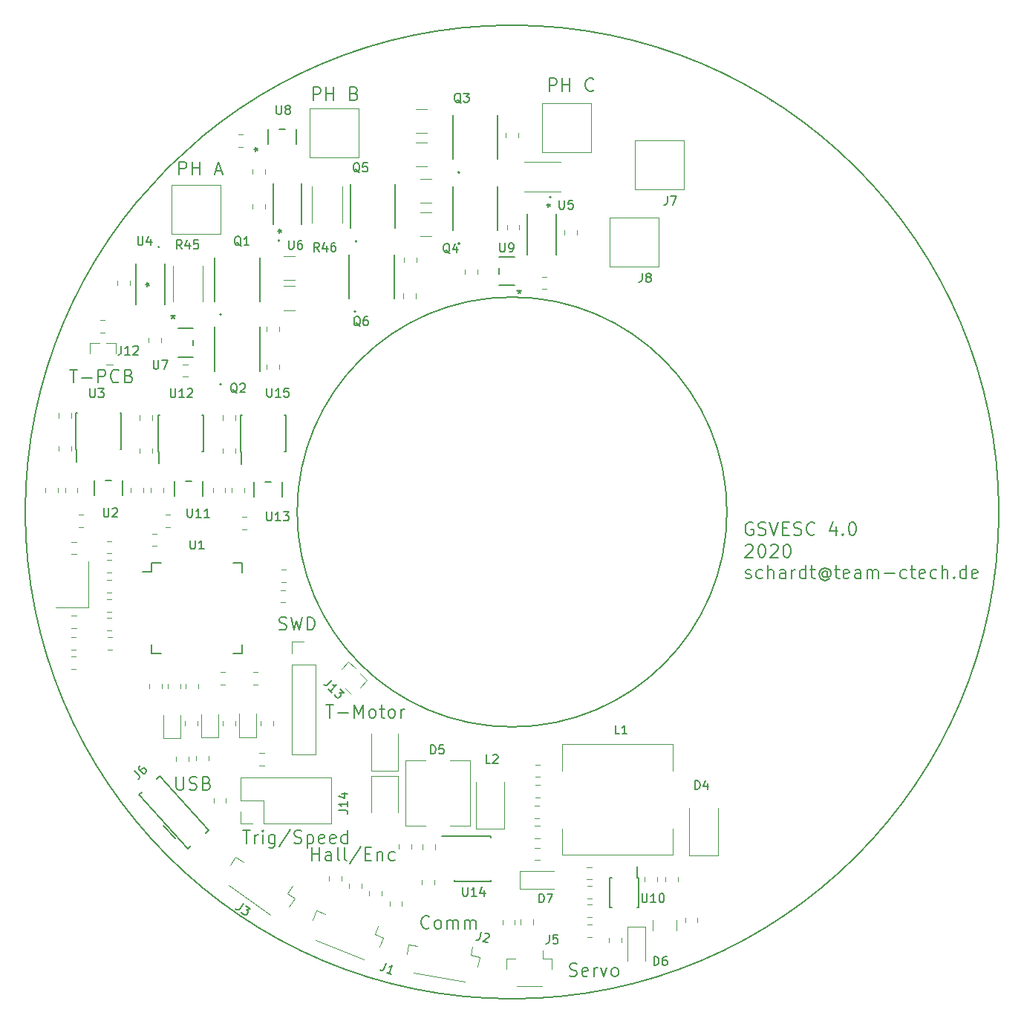
<source format=gbr>
%TF.GenerationSoftware,KiCad,Pcbnew,5.0.2-bee76a0~70~ubuntu18.04.1*%
%TF.CreationDate,2020-04-20T14:42:23+02:00*%
%TF.ProjectId,gsvesc,67737665-7363-42e6-9b69-6361645f7063,rev?*%
%TF.SameCoordinates,PX5f5e038PY5f5e038*%
%TF.FileFunction,Legend,Top*%
%TF.FilePolarity,Positive*%
%FSLAX46Y46*%
G04 Gerber Fmt 4.6, Leading zero omitted, Abs format (unit mm)*
G04 Created by KiCad (PCBNEW 5.0.2-bee76a0~70~ubuntu18.04.1) date Mo 20 Apr 2020 14:42:23 CEST*
%MOMM*%
%LPD*%
G01*
G04 APERTURE LIST*
%ADD10C,0.150000*%
%ADD11C,0.200000*%
%ADD12C,0.120000*%
%ADD13C,0.152400*%
%ADD14C,0.127000*%
G04 APERTURE END LIST*
D10*
X-50407143Y16241429D02*
X-49550000Y16241429D01*
X-49978572Y14741429D02*
X-49978572Y16241429D01*
X-49050000Y15312858D02*
X-47907143Y15312858D01*
X-47192858Y14741429D02*
X-47192858Y16241429D01*
X-46621429Y16241429D01*
X-46478572Y16170000D01*
X-46407143Y16098572D01*
X-46335715Y15955715D01*
X-46335715Y15741429D01*
X-46407143Y15598572D01*
X-46478572Y15527143D01*
X-46621429Y15455715D01*
X-47192858Y15455715D01*
X-44835715Y14884286D02*
X-44907143Y14812858D01*
X-45121429Y14741429D01*
X-45264286Y14741429D01*
X-45478572Y14812858D01*
X-45621429Y14955715D01*
X-45692858Y15098572D01*
X-45764286Y15384286D01*
X-45764286Y15598572D01*
X-45692858Y15884286D01*
X-45621429Y16027143D01*
X-45478572Y16170000D01*
X-45264286Y16241429D01*
X-45121429Y16241429D01*
X-44907143Y16170000D01*
X-44835715Y16098572D01*
X-43692858Y15527143D02*
X-43478572Y15455715D01*
X-43407143Y15384286D01*
X-43335715Y15241429D01*
X-43335715Y15027143D01*
X-43407143Y14884286D01*
X-43478572Y14812858D01*
X-43621429Y14741429D01*
X-44192858Y14741429D01*
X-44192858Y16241429D01*
X-43692858Y16241429D01*
X-43550000Y16170000D01*
X-43478572Y16098572D01*
X-43407143Y15955715D01*
X-43407143Y15812858D01*
X-43478572Y15670000D01*
X-43550000Y15598572D01*
X-43692858Y15527143D01*
X-44192858Y15527143D01*
X-21184286Y-21978571D02*
X-20327143Y-21978571D01*
X-20755715Y-23478571D02*
X-20755715Y-21978571D01*
X-19827143Y-22907142D02*
X-18684286Y-22907142D01*
X-17970000Y-23478571D02*
X-17970000Y-21978571D01*
X-17470000Y-23050000D01*
X-16970000Y-21978571D01*
X-16970000Y-23478571D01*
X-16041429Y-23478571D02*
X-16184286Y-23407142D01*
X-16255715Y-23335714D01*
X-16327143Y-23192857D01*
X-16327143Y-22764285D01*
X-16255715Y-22621428D01*
X-16184286Y-22550000D01*
X-16041429Y-22478571D01*
X-15827143Y-22478571D01*
X-15684286Y-22550000D01*
X-15612858Y-22621428D01*
X-15541429Y-22764285D01*
X-15541429Y-23192857D01*
X-15612858Y-23335714D01*
X-15684286Y-23407142D01*
X-15827143Y-23478571D01*
X-16041429Y-23478571D01*
X-15112858Y-22478571D02*
X-14541429Y-22478571D01*
X-14898572Y-21978571D02*
X-14898572Y-23264285D01*
X-14827143Y-23407142D01*
X-14684286Y-23478571D01*
X-14541429Y-23478571D01*
X-13827143Y-23478571D02*
X-13970000Y-23407142D01*
X-14041429Y-23335714D01*
X-14112858Y-23192857D01*
X-14112858Y-22764285D01*
X-14041429Y-22621428D01*
X-13970000Y-22550000D01*
X-13827143Y-22478571D01*
X-13612858Y-22478571D01*
X-13470000Y-22550000D01*
X-13398572Y-22621428D01*
X-13327143Y-22764285D01*
X-13327143Y-23192857D01*
X-13398572Y-23335714D01*
X-13470000Y-23407142D01*
X-13612858Y-23478571D01*
X-13827143Y-23478571D01*
X-12684286Y-23478571D02*
X-12684286Y-22478571D01*
X-12684286Y-22764285D02*
X-12612858Y-22621428D01*
X-12541429Y-22550000D01*
X-12398572Y-22478571D01*
X-12255715Y-22478571D01*
X26623214Y-3831428D02*
X26694642Y-3760000D01*
X26837500Y-3688571D01*
X27194642Y-3688571D01*
X27337500Y-3760000D01*
X27408928Y-3831428D01*
X27480357Y-3974285D01*
X27480357Y-4117142D01*
X27408928Y-4331428D01*
X26551785Y-5188571D01*
X27480357Y-5188571D01*
X28408928Y-3688571D02*
X28551785Y-3688571D01*
X28694642Y-3760000D01*
X28766071Y-3831428D01*
X28837500Y-3974285D01*
X28908928Y-4260000D01*
X28908928Y-4617142D01*
X28837500Y-4902857D01*
X28766071Y-5045714D01*
X28694642Y-5117142D01*
X28551785Y-5188571D01*
X28408928Y-5188571D01*
X28266071Y-5117142D01*
X28194642Y-5045714D01*
X28123214Y-4902857D01*
X28051785Y-4617142D01*
X28051785Y-4260000D01*
X28123214Y-3974285D01*
X28194642Y-3831428D01*
X28266071Y-3760000D01*
X28408928Y-3688571D01*
X29480357Y-3831428D02*
X29551785Y-3760000D01*
X29694642Y-3688571D01*
X30051785Y-3688571D01*
X30194642Y-3760000D01*
X30266071Y-3831428D01*
X30337500Y-3974285D01*
X30337500Y-4117142D01*
X30266071Y-4331428D01*
X29408928Y-5188571D01*
X30337500Y-5188571D01*
X31266071Y-3688571D02*
X31408928Y-3688571D01*
X31551785Y-3760000D01*
X31623214Y-3831428D01*
X31694642Y-3974285D01*
X31766071Y-4260000D01*
X31766071Y-4617142D01*
X31694642Y-4902857D01*
X31623214Y-5045714D01*
X31551785Y-5117142D01*
X31408928Y-5188571D01*
X31266071Y-5188571D01*
X31123214Y-5117142D01*
X31051785Y-5045714D01*
X30980357Y-4902857D01*
X30908928Y-4617142D01*
X30908928Y-4260000D01*
X30980357Y-3974285D01*
X31051785Y-3831428D01*
X31123214Y-3760000D01*
X31266071Y-3688571D01*
X26623214Y-7517142D02*
X26766071Y-7588571D01*
X27051785Y-7588571D01*
X27194642Y-7517142D01*
X27266071Y-7374285D01*
X27266071Y-7302857D01*
X27194642Y-7160000D01*
X27051785Y-7088571D01*
X26837500Y-7088571D01*
X26694642Y-7017142D01*
X26623214Y-6874285D01*
X26623214Y-6802857D01*
X26694642Y-6660000D01*
X26837500Y-6588571D01*
X27051785Y-6588571D01*
X27194642Y-6660000D01*
X28551785Y-7517142D02*
X28408928Y-7588571D01*
X28123214Y-7588571D01*
X27980357Y-7517142D01*
X27908928Y-7445714D01*
X27837500Y-7302857D01*
X27837500Y-6874285D01*
X27908928Y-6731428D01*
X27980357Y-6660000D01*
X28123214Y-6588571D01*
X28408928Y-6588571D01*
X28551785Y-6660000D01*
X29194642Y-7588571D02*
X29194642Y-6088571D01*
X29837500Y-7588571D02*
X29837500Y-6802857D01*
X29766071Y-6660000D01*
X29623214Y-6588571D01*
X29408928Y-6588571D01*
X29266071Y-6660000D01*
X29194642Y-6731428D01*
X31194642Y-7588571D02*
X31194642Y-6802857D01*
X31123214Y-6660000D01*
X30980357Y-6588571D01*
X30694642Y-6588571D01*
X30551785Y-6660000D01*
X31194642Y-7517142D02*
X31051785Y-7588571D01*
X30694642Y-7588571D01*
X30551785Y-7517142D01*
X30480357Y-7374285D01*
X30480357Y-7231428D01*
X30551785Y-7088571D01*
X30694642Y-7017142D01*
X31051785Y-7017142D01*
X31194642Y-6945714D01*
X31908928Y-7588571D02*
X31908928Y-6588571D01*
X31908928Y-6874285D02*
X31980357Y-6731428D01*
X32051785Y-6660000D01*
X32194642Y-6588571D01*
X32337500Y-6588571D01*
X33480357Y-7588571D02*
X33480357Y-6088571D01*
X33480357Y-7517142D02*
X33337500Y-7588571D01*
X33051785Y-7588571D01*
X32908928Y-7517142D01*
X32837500Y-7445714D01*
X32766071Y-7302857D01*
X32766071Y-6874285D01*
X32837500Y-6731428D01*
X32908928Y-6660000D01*
X33051785Y-6588571D01*
X33337500Y-6588571D01*
X33480357Y-6660000D01*
X33980357Y-6588571D02*
X34551785Y-6588571D01*
X34194642Y-6088571D02*
X34194642Y-7374285D01*
X34266071Y-7517142D01*
X34408928Y-7588571D01*
X34551785Y-7588571D01*
X35980357Y-6874285D02*
X35908928Y-6802857D01*
X35766071Y-6731428D01*
X35623214Y-6731428D01*
X35480357Y-6802857D01*
X35408928Y-6874285D01*
X35337500Y-7017142D01*
X35337500Y-7160000D01*
X35408928Y-7302857D01*
X35480357Y-7374285D01*
X35623214Y-7445714D01*
X35766071Y-7445714D01*
X35908928Y-7374285D01*
X35980357Y-7302857D01*
X35980357Y-6731428D02*
X35980357Y-7302857D01*
X36051785Y-7374285D01*
X36123214Y-7374285D01*
X36266071Y-7302857D01*
X36337500Y-7160000D01*
X36337500Y-6802857D01*
X36194642Y-6588571D01*
X35980357Y-6445714D01*
X35694642Y-6374285D01*
X35408928Y-6445714D01*
X35194642Y-6588571D01*
X35051785Y-6802857D01*
X34980357Y-7088571D01*
X35051785Y-7374285D01*
X35194642Y-7588571D01*
X35408928Y-7731428D01*
X35694642Y-7802857D01*
X35980357Y-7731428D01*
X36194642Y-7588571D01*
X36766071Y-6588571D02*
X37337500Y-6588571D01*
X36980357Y-6088571D02*
X36980357Y-7374285D01*
X37051785Y-7517142D01*
X37194642Y-7588571D01*
X37337500Y-7588571D01*
X38408928Y-7517142D02*
X38266071Y-7588571D01*
X37980357Y-7588571D01*
X37837500Y-7517142D01*
X37766071Y-7374285D01*
X37766071Y-6802857D01*
X37837500Y-6660000D01*
X37980357Y-6588571D01*
X38266071Y-6588571D01*
X38408928Y-6660000D01*
X38480357Y-6802857D01*
X38480357Y-6945714D01*
X37766071Y-7088571D01*
X39766071Y-7588571D02*
X39766071Y-6802857D01*
X39694642Y-6660000D01*
X39551785Y-6588571D01*
X39266071Y-6588571D01*
X39123214Y-6660000D01*
X39766071Y-7517142D02*
X39623214Y-7588571D01*
X39266071Y-7588571D01*
X39123214Y-7517142D01*
X39051785Y-7374285D01*
X39051785Y-7231428D01*
X39123214Y-7088571D01*
X39266071Y-7017142D01*
X39623214Y-7017142D01*
X39766071Y-6945714D01*
X40480357Y-7588571D02*
X40480357Y-6588571D01*
X40480357Y-6731428D02*
X40551785Y-6660000D01*
X40694642Y-6588571D01*
X40908928Y-6588571D01*
X41051785Y-6660000D01*
X41123214Y-6802857D01*
X41123214Y-7588571D01*
X41123214Y-6802857D02*
X41194642Y-6660000D01*
X41337500Y-6588571D01*
X41551785Y-6588571D01*
X41694642Y-6660000D01*
X41766071Y-6802857D01*
X41766071Y-7588571D01*
X42480357Y-7017142D02*
X43623214Y-7017142D01*
X44980357Y-7517142D02*
X44837500Y-7588571D01*
X44551785Y-7588571D01*
X44408928Y-7517142D01*
X44337500Y-7445714D01*
X44266071Y-7302857D01*
X44266071Y-6874285D01*
X44337500Y-6731428D01*
X44408928Y-6660000D01*
X44551785Y-6588571D01*
X44837500Y-6588571D01*
X44980357Y-6660000D01*
X45408928Y-6588571D02*
X45980357Y-6588571D01*
X45623214Y-6088571D02*
X45623214Y-7374285D01*
X45694642Y-7517142D01*
X45837500Y-7588571D01*
X45980357Y-7588571D01*
X47051785Y-7517142D02*
X46908928Y-7588571D01*
X46623214Y-7588571D01*
X46480357Y-7517142D01*
X46408928Y-7374285D01*
X46408928Y-6802857D01*
X46480357Y-6660000D01*
X46623214Y-6588571D01*
X46908928Y-6588571D01*
X47051785Y-6660000D01*
X47123214Y-6802857D01*
X47123214Y-6945714D01*
X46408928Y-7088571D01*
X48408928Y-7517142D02*
X48266071Y-7588571D01*
X47980357Y-7588571D01*
X47837500Y-7517142D01*
X47766071Y-7445714D01*
X47694642Y-7302857D01*
X47694642Y-6874285D01*
X47766071Y-6731428D01*
X47837500Y-6660000D01*
X47980357Y-6588571D01*
X48266071Y-6588571D01*
X48408928Y-6660000D01*
X49051785Y-7588571D02*
X49051785Y-6088571D01*
X49694642Y-7588571D02*
X49694642Y-6802857D01*
X49623214Y-6660000D01*
X49480357Y-6588571D01*
X49266071Y-6588571D01*
X49123214Y-6660000D01*
X49051785Y-6731428D01*
X50408928Y-7445714D02*
X50480357Y-7517142D01*
X50408928Y-7588571D01*
X50337500Y-7517142D01*
X50408928Y-7445714D01*
X50408928Y-7588571D01*
X51766071Y-7588571D02*
X51766071Y-6088571D01*
X51766071Y-7517142D02*
X51623214Y-7588571D01*
X51337500Y-7588571D01*
X51194642Y-7517142D01*
X51123214Y-7445714D01*
X51051785Y-7302857D01*
X51051785Y-6874285D01*
X51123214Y-6731428D01*
X51194642Y-6660000D01*
X51337500Y-6588571D01*
X51623214Y-6588571D01*
X51766071Y-6660000D01*
X53051785Y-7517142D02*
X52908928Y-7588571D01*
X52623214Y-7588571D01*
X52480357Y-7517142D01*
X52408928Y-7374285D01*
X52408928Y-6802857D01*
X52480357Y-6660000D01*
X52623214Y-6588571D01*
X52908928Y-6588571D01*
X53051785Y-6660000D01*
X53123214Y-6802857D01*
X53123214Y-6945714D01*
X52408928Y-7088571D01*
X-22693000Y46946429D02*
X-22693000Y48446429D01*
X-22121572Y48446429D01*
X-21978715Y48375000D01*
X-21907286Y48303572D01*
X-21835858Y48160715D01*
X-21835858Y47946429D01*
X-21907286Y47803572D01*
X-21978715Y47732143D01*
X-22121572Y47660715D01*
X-22693000Y47660715D01*
X-21193000Y46946429D02*
X-21193000Y48446429D01*
X-21193000Y47732143D02*
X-20335858Y47732143D01*
X-20335858Y46946429D02*
X-20335858Y48446429D01*
X-17978715Y47732143D02*
X-17764429Y47660715D01*
X-17693000Y47589286D01*
X-17621572Y47446429D01*
X-17621572Y47232143D01*
X-17693000Y47089286D01*
X-17764429Y47017858D01*
X-17907286Y46946429D01*
X-18478715Y46946429D01*
X-18478715Y48446429D01*
X-17978715Y48446429D01*
X-17835858Y48375000D01*
X-17764429Y48303572D01*
X-17693000Y48160715D01*
X-17693000Y48017858D01*
X-17764429Y47875000D01*
X-17835858Y47803572D01*
X-17978715Y47732143D01*
X-18478715Y47732143D01*
D11*
X24500200Y-200D02*
G75*
G03X24500200Y-200I-24500000J0D01*
G01*
X55500200Y-200D02*
G75*
G03X55500200Y-200I-55500000J0D01*
G01*
X29464000Y46990000D02*
X29591000Y46863000D01*
D10*
X4231000Y47962429D02*
X4231000Y49462429D01*
X4802428Y49462429D01*
X4945285Y49391000D01*
X5016714Y49319572D01*
X5088142Y49176715D01*
X5088142Y48962429D01*
X5016714Y48819572D01*
X4945285Y48748143D01*
X4802428Y48676715D01*
X4231000Y48676715D01*
X5731000Y47962429D02*
X5731000Y49462429D01*
X5731000Y48748143D02*
X6588142Y48748143D01*
X6588142Y47962429D02*
X6588142Y49462429D01*
X9302428Y48105286D02*
X9231000Y48033858D01*
X9016714Y47962429D01*
X8873857Y47962429D01*
X8659571Y48033858D01*
X8516714Y48176715D01*
X8445285Y48319572D01*
X8373857Y48605286D01*
X8373857Y48819572D01*
X8445285Y49105286D01*
X8516714Y49248143D01*
X8659571Y49391000D01*
X8873857Y49462429D01*
X9016714Y49462429D01*
X9231000Y49391000D01*
X9302428Y49319572D01*
X-37952858Y38437429D02*
X-37952858Y39937429D01*
X-37381429Y39937429D01*
X-37238572Y39866000D01*
X-37167143Y39794572D01*
X-37095715Y39651715D01*
X-37095715Y39437429D01*
X-37167143Y39294572D01*
X-37238572Y39223143D01*
X-37381429Y39151715D01*
X-37952858Y39151715D01*
X-36452858Y38437429D02*
X-36452858Y39937429D01*
X-36452858Y39223143D02*
X-35595715Y39223143D01*
X-35595715Y38437429D02*
X-35595715Y39937429D01*
X-33810000Y38866000D02*
X-33095715Y38866000D01*
X-33952858Y38437429D02*
X-33452858Y39937429D01*
X-32952858Y38437429D01*
X-38292858Y-30198571D02*
X-38292858Y-31412857D01*
X-38221429Y-31555714D01*
X-38150000Y-31627142D01*
X-38007143Y-31698571D01*
X-37721429Y-31698571D01*
X-37578572Y-31627142D01*
X-37507143Y-31555714D01*
X-37435715Y-31412857D01*
X-37435715Y-30198571D01*
X-36792858Y-31627142D02*
X-36578572Y-31698571D01*
X-36221429Y-31698571D01*
X-36078572Y-31627142D01*
X-36007143Y-31555714D01*
X-35935715Y-31412857D01*
X-35935715Y-31270000D01*
X-36007143Y-31127142D01*
X-36078572Y-31055714D01*
X-36221429Y-30984285D01*
X-36507143Y-30912857D01*
X-36650000Y-30841428D01*
X-36721429Y-30770000D01*
X-36792858Y-30627142D01*
X-36792858Y-30484285D01*
X-36721429Y-30341428D01*
X-36650000Y-30270000D01*
X-36507143Y-30198571D01*
X-36150000Y-30198571D01*
X-35935715Y-30270000D01*
X-34792858Y-30912857D02*
X-34578572Y-30984285D01*
X-34507143Y-31055714D01*
X-34435715Y-31198571D01*
X-34435715Y-31412857D01*
X-34507143Y-31555714D01*
X-34578572Y-31627142D01*
X-34721429Y-31698571D01*
X-35292858Y-31698571D01*
X-35292858Y-30198571D01*
X-34792858Y-30198571D01*
X-34650000Y-30270000D01*
X-34578572Y-30341428D01*
X-34507143Y-30484285D01*
X-34507143Y-30627142D01*
X-34578572Y-30770000D01*
X-34650000Y-30841428D01*
X-34792858Y-30912857D01*
X-35292858Y-30912857D01*
X-26565715Y-13387142D02*
X-26351429Y-13458571D01*
X-25994286Y-13458571D01*
X-25851429Y-13387142D01*
X-25780000Y-13315714D01*
X-25708572Y-13172857D01*
X-25708572Y-13030000D01*
X-25780000Y-12887142D01*
X-25851429Y-12815714D01*
X-25994286Y-12744285D01*
X-26280000Y-12672857D01*
X-26422858Y-12601428D01*
X-26494286Y-12530000D01*
X-26565715Y-12387142D01*
X-26565715Y-12244285D01*
X-26494286Y-12101428D01*
X-26422858Y-12030000D01*
X-26280000Y-11958571D01*
X-25922858Y-11958571D01*
X-25708572Y-12030000D01*
X-25208572Y-11958571D02*
X-24851429Y-13458571D01*
X-24565715Y-12387142D01*
X-24280000Y-13458571D01*
X-23922858Y-11958571D01*
X-23351429Y-13458571D02*
X-23351429Y-11958571D01*
X-22994286Y-11958571D01*
X-22780000Y-12030000D01*
X-22637143Y-12172857D01*
X-22565715Y-12315714D01*
X-22494286Y-12601428D01*
X-22494286Y-12815714D01*
X-22565715Y-13101428D01*
X-22637143Y-13244285D01*
X-22780000Y-13387142D01*
X-22994286Y-13458571D01*
X-23351429Y-13458571D01*
X6544285Y-52887142D02*
X6758571Y-52958571D01*
X7115714Y-52958571D01*
X7258571Y-52887142D01*
X7330000Y-52815714D01*
X7401428Y-52672857D01*
X7401428Y-52530000D01*
X7330000Y-52387142D01*
X7258571Y-52315714D01*
X7115714Y-52244285D01*
X6830000Y-52172857D01*
X6687142Y-52101428D01*
X6615714Y-52030000D01*
X6544285Y-51887142D01*
X6544285Y-51744285D01*
X6615714Y-51601428D01*
X6687142Y-51530000D01*
X6830000Y-51458571D01*
X7187142Y-51458571D01*
X7401428Y-51530000D01*
X8615714Y-52887142D02*
X8472857Y-52958571D01*
X8187142Y-52958571D01*
X8044285Y-52887142D01*
X7972857Y-52744285D01*
X7972857Y-52172857D01*
X8044285Y-52030000D01*
X8187142Y-51958571D01*
X8472857Y-51958571D01*
X8615714Y-52030000D01*
X8687142Y-52172857D01*
X8687142Y-52315714D01*
X7972857Y-52458571D01*
X9330000Y-52958571D02*
X9330000Y-51958571D01*
X9330000Y-52244285D02*
X9401428Y-52101428D01*
X9472857Y-52030000D01*
X9615714Y-51958571D01*
X9758571Y-51958571D01*
X10115714Y-51958571D02*
X10472857Y-52958571D01*
X10830000Y-51958571D01*
X11615714Y-52958571D02*
X11472857Y-52887142D01*
X11401428Y-52815714D01*
X11330000Y-52672857D01*
X11330000Y-52244285D01*
X11401428Y-52101428D01*
X11472857Y-52030000D01*
X11615714Y-51958571D01*
X11830000Y-51958571D01*
X11972857Y-52030000D01*
X12044285Y-52101428D01*
X12115714Y-52244285D01*
X12115714Y-52672857D01*
X12044285Y-52815714D01*
X11972857Y-52887142D01*
X11830000Y-52958571D01*
X11615714Y-52958571D01*
X-9414286Y-47375714D02*
X-9485715Y-47447142D01*
X-9700000Y-47518571D01*
X-9842858Y-47518571D01*
X-10057143Y-47447142D01*
X-10200000Y-47304285D01*
X-10271429Y-47161428D01*
X-10342858Y-46875714D01*
X-10342858Y-46661428D01*
X-10271429Y-46375714D01*
X-10200000Y-46232857D01*
X-10057143Y-46090000D01*
X-9842858Y-46018571D01*
X-9700000Y-46018571D01*
X-9485715Y-46090000D01*
X-9414286Y-46161428D01*
X-8557143Y-47518571D02*
X-8700000Y-47447142D01*
X-8771429Y-47375714D01*
X-8842858Y-47232857D01*
X-8842858Y-46804285D01*
X-8771429Y-46661428D01*
X-8700000Y-46590000D01*
X-8557143Y-46518571D01*
X-8342858Y-46518571D01*
X-8200000Y-46590000D01*
X-8128572Y-46661428D01*
X-8057143Y-46804285D01*
X-8057143Y-47232857D01*
X-8128572Y-47375714D01*
X-8200000Y-47447142D01*
X-8342858Y-47518571D01*
X-8557143Y-47518571D01*
X-7414286Y-47518571D02*
X-7414286Y-46518571D01*
X-7414286Y-46661428D02*
X-7342858Y-46590000D01*
X-7200000Y-46518571D01*
X-6985715Y-46518571D01*
X-6842858Y-46590000D01*
X-6771429Y-46732857D01*
X-6771429Y-47518571D01*
X-6771429Y-46732857D02*
X-6700000Y-46590000D01*
X-6557143Y-46518571D01*
X-6342858Y-46518571D01*
X-6200000Y-46590000D01*
X-6128572Y-46732857D01*
X-6128572Y-47518571D01*
X-5414286Y-47518571D02*
X-5414286Y-46518571D01*
X-5414286Y-46661428D02*
X-5342858Y-46590000D01*
X-5200000Y-46518571D01*
X-4985715Y-46518571D01*
X-4842858Y-46590000D01*
X-4771429Y-46732857D01*
X-4771429Y-47518571D01*
X-4771429Y-46732857D02*
X-4700000Y-46590000D01*
X-4557143Y-46518571D01*
X-4342858Y-46518571D01*
X-4200000Y-46590000D01*
X-4128572Y-46732857D01*
X-4128572Y-47518571D01*
X-22808572Y-39758571D02*
X-22808572Y-38258571D01*
X-22808572Y-38972857D02*
X-21951429Y-38972857D01*
X-21951429Y-39758571D02*
X-21951429Y-38258571D01*
X-20594286Y-39758571D02*
X-20594286Y-38972857D01*
X-20665715Y-38830000D01*
X-20808572Y-38758571D01*
X-21094286Y-38758571D01*
X-21237143Y-38830000D01*
X-20594286Y-39687142D02*
X-20737143Y-39758571D01*
X-21094286Y-39758571D01*
X-21237143Y-39687142D01*
X-21308572Y-39544285D01*
X-21308572Y-39401428D01*
X-21237143Y-39258571D01*
X-21094286Y-39187142D01*
X-20737143Y-39187142D01*
X-20594286Y-39115714D01*
X-19665715Y-39758571D02*
X-19808572Y-39687142D01*
X-19880000Y-39544285D01*
X-19880000Y-38258571D01*
X-18880000Y-39758571D02*
X-19022858Y-39687142D01*
X-19094286Y-39544285D01*
X-19094286Y-38258571D01*
X-17237143Y-38187142D02*
X-18522858Y-40115714D01*
X-16737143Y-38972857D02*
X-16237143Y-38972857D01*
X-16022858Y-39758571D02*
X-16737143Y-39758571D01*
X-16737143Y-38258571D01*
X-16022858Y-38258571D01*
X-15380000Y-38758571D02*
X-15380000Y-39758571D01*
X-15380000Y-38901428D02*
X-15308572Y-38830000D01*
X-15165715Y-38758571D01*
X-14951429Y-38758571D01*
X-14808572Y-38830000D01*
X-14737143Y-38972857D01*
X-14737143Y-39758571D01*
X-13380000Y-39687142D02*
X-13522858Y-39758571D01*
X-13808572Y-39758571D01*
X-13951429Y-39687142D01*
X-14022858Y-39615714D01*
X-14094286Y-39472857D01*
X-14094286Y-39044285D01*
X-14022858Y-38901428D01*
X-13951429Y-38830000D01*
X-13808572Y-38758571D01*
X-13522858Y-38758571D01*
X-13380000Y-38830000D01*
X-30701429Y-36308571D02*
X-29844286Y-36308571D01*
X-30272858Y-37808571D02*
X-30272858Y-36308571D01*
X-29344286Y-37808571D02*
X-29344286Y-36808571D01*
X-29344286Y-37094285D02*
X-29272858Y-36951428D01*
X-29201429Y-36880000D01*
X-29058572Y-36808571D01*
X-28915715Y-36808571D01*
X-28415715Y-37808571D02*
X-28415715Y-36808571D01*
X-28415715Y-36308571D02*
X-28487143Y-36380000D01*
X-28415715Y-36451428D01*
X-28344286Y-36380000D01*
X-28415715Y-36308571D01*
X-28415715Y-36451428D01*
X-27058572Y-36808571D02*
X-27058572Y-38022857D01*
X-27130000Y-38165714D01*
X-27201429Y-38237142D01*
X-27344286Y-38308571D01*
X-27558572Y-38308571D01*
X-27701429Y-38237142D01*
X-27058572Y-37737142D02*
X-27201429Y-37808571D01*
X-27487143Y-37808571D01*
X-27630000Y-37737142D01*
X-27701429Y-37665714D01*
X-27772858Y-37522857D01*
X-27772858Y-37094285D01*
X-27701429Y-36951428D01*
X-27630000Y-36880000D01*
X-27487143Y-36808571D01*
X-27201429Y-36808571D01*
X-27058572Y-36880000D01*
X-25272858Y-36237142D02*
X-26558572Y-38165714D01*
X-24844286Y-37737142D02*
X-24630000Y-37808571D01*
X-24272858Y-37808571D01*
X-24130000Y-37737142D01*
X-24058572Y-37665714D01*
X-23987143Y-37522857D01*
X-23987143Y-37380000D01*
X-24058572Y-37237142D01*
X-24130000Y-37165714D01*
X-24272858Y-37094285D01*
X-24558572Y-37022857D01*
X-24701429Y-36951428D01*
X-24772858Y-36880000D01*
X-24844286Y-36737142D01*
X-24844286Y-36594285D01*
X-24772858Y-36451428D01*
X-24701429Y-36380000D01*
X-24558572Y-36308571D01*
X-24201429Y-36308571D01*
X-23987143Y-36380000D01*
X-23344286Y-36808571D02*
X-23344286Y-38308571D01*
X-23344286Y-36880000D02*
X-23201429Y-36808571D01*
X-22915715Y-36808571D01*
X-22772858Y-36880000D01*
X-22701429Y-36951428D01*
X-22630000Y-37094285D01*
X-22630000Y-37522857D01*
X-22701429Y-37665714D01*
X-22772858Y-37737142D01*
X-22915715Y-37808571D01*
X-23201429Y-37808571D01*
X-23344286Y-37737142D01*
X-21415715Y-37737142D02*
X-21558572Y-37808571D01*
X-21844286Y-37808571D01*
X-21987143Y-37737142D01*
X-22058572Y-37594285D01*
X-22058572Y-37022857D01*
X-21987143Y-36880000D01*
X-21844286Y-36808571D01*
X-21558572Y-36808571D01*
X-21415715Y-36880000D01*
X-21344286Y-37022857D01*
X-21344286Y-37165714D01*
X-22058572Y-37308571D01*
X-20130000Y-37737142D02*
X-20272858Y-37808571D01*
X-20558572Y-37808571D01*
X-20701429Y-37737142D01*
X-20772858Y-37594285D01*
X-20772858Y-37022857D01*
X-20701429Y-36880000D01*
X-20558572Y-36808571D01*
X-20272858Y-36808571D01*
X-20130000Y-36880000D01*
X-20058572Y-37022857D01*
X-20058572Y-37165714D01*
X-20772858Y-37308571D01*
X-18772858Y-37808571D02*
X-18772858Y-36308571D01*
X-18772858Y-37737142D02*
X-18915715Y-37808571D01*
X-19201429Y-37808571D01*
X-19344286Y-37737142D01*
X-19415715Y-37665714D01*
X-19487143Y-37522857D01*
X-19487143Y-37094285D01*
X-19415715Y-36951428D01*
X-19344286Y-36880000D01*
X-19201429Y-36808571D01*
X-18915715Y-36808571D01*
X-18772858Y-36880000D01*
X27445714Y-1220000D02*
X27302857Y-1148571D01*
X27088571Y-1148571D01*
X26874285Y-1220000D01*
X26731428Y-1362857D01*
X26660000Y-1505714D01*
X26588571Y-1791428D01*
X26588571Y-2005714D01*
X26660000Y-2291428D01*
X26731428Y-2434285D01*
X26874285Y-2577142D01*
X27088571Y-2648571D01*
X27231428Y-2648571D01*
X27445714Y-2577142D01*
X27517142Y-2505714D01*
X27517142Y-2005714D01*
X27231428Y-2005714D01*
X28088571Y-2577142D02*
X28302857Y-2648571D01*
X28660000Y-2648571D01*
X28802857Y-2577142D01*
X28874285Y-2505714D01*
X28945714Y-2362857D01*
X28945714Y-2220000D01*
X28874285Y-2077142D01*
X28802857Y-2005714D01*
X28660000Y-1934285D01*
X28374285Y-1862857D01*
X28231428Y-1791428D01*
X28160000Y-1720000D01*
X28088571Y-1577142D01*
X28088571Y-1434285D01*
X28160000Y-1291428D01*
X28231428Y-1220000D01*
X28374285Y-1148571D01*
X28731428Y-1148571D01*
X28945714Y-1220000D01*
X29374285Y-1148571D02*
X29874285Y-2648571D01*
X30374285Y-1148571D01*
X30874285Y-1862857D02*
X31374285Y-1862857D01*
X31588571Y-2648571D02*
X30874285Y-2648571D01*
X30874285Y-1148571D01*
X31588571Y-1148571D01*
X32160000Y-2577142D02*
X32374285Y-2648571D01*
X32731428Y-2648571D01*
X32874285Y-2577142D01*
X32945714Y-2505714D01*
X33017142Y-2362857D01*
X33017142Y-2220000D01*
X32945714Y-2077142D01*
X32874285Y-2005714D01*
X32731428Y-1934285D01*
X32445714Y-1862857D01*
X32302857Y-1791428D01*
X32231428Y-1720000D01*
X32160000Y-1577142D01*
X32160000Y-1434285D01*
X32231428Y-1291428D01*
X32302857Y-1220000D01*
X32445714Y-1148571D01*
X32802857Y-1148571D01*
X33017142Y-1220000D01*
X34517142Y-2505714D02*
X34445714Y-2577142D01*
X34231428Y-2648571D01*
X34088571Y-2648571D01*
X33874285Y-2577142D01*
X33731428Y-2434285D01*
X33660000Y-2291428D01*
X33588571Y-2005714D01*
X33588571Y-1791428D01*
X33660000Y-1505714D01*
X33731428Y-1362857D01*
X33874285Y-1220000D01*
X34088571Y-1148571D01*
X34231428Y-1148571D01*
X34445714Y-1220000D01*
X34517142Y-1291428D01*
X36945714Y-1648571D02*
X36945714Y-2648571D01*
X36588571Y-1077142D02*
X36231428Y-2148571D01*
X37160000Y-2148571D01*
X37731428Y-2505714D02*
X37802857Y-2577142D01*
X37731428Y-2648571D01*
X37660000Y-2577142D01*
X37731428Y-2505714D01*
X37731428Y-2648571D01*
X38731428Y-1148571D02*
X38874285Y-1148571D01*
X39017142Y-1220000D01*
X39088571Y-1291428D01*
X39160000Y-1434285D01*
X39231428Y-1720000D01*
X39231428Y-2077142D01*
X39160000Y-2362857D01*
X39088571Y-2505714D01*
X39017142Y-2577142D01*
X38874285Y-2648571D01*
X38731428Y-2648571D01*
X38588571Y-2577142D01*
X38517142Y-2505714D01*
X38445714Y-2362857D01*
X38374285Y-2077142D01*
X38374285Y-1720000D01*
X38445714Y-1434285D01*
X38517142Y-1291428D01*
X38588571Y-1220000D01*
X38731428Y-1148571D01*
D12*
X-45472500Y16827500D02*
X-46272500Y16827500D01*
X-48172500Y19227500D02*
X-47072500Y19227500D01*
X-48172500Y18077500D02*
X-48172500Y19227500D01*
X-45172500Y19227500D02*
X-46272500Y19227500D01*
X-45172500Y18077500D02*
X-45172500Y19227500D01*
X-18431472Y-20668528D02*
X-18997157Y-20102843D01*
X-18643604Y-17062284D02*
X-17865786Y-17840101D01*
X-19456777Y-17875456D02*
X-18643604Y-17062284D01*
X-16522284Y-19183604D02*
X-17300101Y-18405786D01*
X-17335456Y-19996777D02*
X-16522284Y-19183604D01*
D10*
X-41103200Y-6806400D02*
X-42128200Y-6806400D01*
X-30753200Y-5806400D02*
X-31828200Y-5806400D01*
X-30753200Y-16156400D02*
X-31828200Y-16156400D01*
X-41103200Y-16156400D02*
X-40028200Y-16156400D01*
X-41103200Y-5806400D02*
X-40028200Y-5806400D01*
X-41103200Y-16156400D02*
X-41103200Y-15081400D01*
X-30753200Y-16156400D02*
X-30753200Y-15081400D01*
X-30753200Y-5806400D02*
X-30753200Y-6881400D01*
X-41103200Y-5806400D02*
X-41103200Y-6806400D01*
D12*
X-50221078Y-15710000D02*
X-49703922Y-15710000D01*
X-50221078Y-14290000D02*
X-49703922Y-14290000D01*
X-32687422Y-18275000D02*
X-33204578Y-18275000D01*
X-32687422Y-19695000D02*
X-33204578Y-19695000D01*
X-12990000Y-29497500D02*
X-12990000Y-25287500D01*
X-16010000Y-29497500D02*
X-12990000Y-29497500D01*
X-16010000Y-25287500D02*
X-16010000Y-29497500D01*
X-4775000Y-35750000D02*
X-7075000Y-35750000D01*
X-4775000Y-28350000D02*
X-4775000Y-35750000D01*
X-7075000Y-28350000D02*
X-4775000Y-28350000D01*
X-12175000Y-28350000D02*
X-9875000Y-28350000D01*
X-12175000Y-35750000D02*
X-12175000Y-28350000D01*
X-9875000Y-35750000D02*
X-12175000Y-35750000D01*
X-28278922Y-27490000D02*
X-28796078Y-27490000D01*
X-28278922Y-28910000D02*
X-28796078Y-28910000D01*
X-27249000Y-24314577D02*
X-27249000Y-23797421D01*
X-28669000Y-24314577D02*
X-28669000Y-23797421D01*
D10*
X-40275000Y6925000D02*
X-40275000Y5525000D01*
X-35175000Y6925000D02*
X-35175000Y11075000D01*
X-40325000Y6925000D02*
X-40325000Y11075000D01*
X-35175000Y6925000D02*
X-35320000Y6925000D01*
X-35175000Y11075000D02*
X-35320000Y11075000D01*
X-40325000Y11075000D02*
X-40180000Y11075000D01*
X-40325000Y6925000D02*
X-40275000Y6925000D01*
D12*
X-4150000Y-36150000D02*
X-4150000Y-30750000D01*
X-850000Y-36150000D02*
X-850000Y-30750000D01*
X-4150000Y-36150000D02*
X-850000Y-36150000D01*
X2641422Y-32560000D02*
X3158578Y-32560000D01*
X2641422Y-31140000D02*
X3158578Y-31140000D01*
X-12920000Y-37878922D02*
X-12920000Y-38396078D01*
X-11500000Y-37878922D02*
X-11500000Y-38396078D01*
X-10310000Y-41938922D02*
X-10310000Y-42456078D01*
X-8890000Y-41938922D02*
X-8890000Y-42456078D01*
X1000000Y-46481422D02*
X1000000Y-46998578D01*
X2420000Y-46481422D02*
X2420000Y-46998578D01*
X-20862005Y-41528922D02*
X-20862005Y-42046078D01*
X-19442005Y-41528922D02*
X-19442005Y-42046078D01*
X-1100000Y-46503921D02*
X-1100000Y-47021077D01*
X320000Y-46503921D02*
X320000Y-47021077D01*
X-18560000Y-42378922D02*
X-18560000Y-42896078D01*
X-17140000Y-42378922D02*
X-17140000Y-42896078D01*
X-16285000Y-43203922D02*
X-16285000Y-43721078D01*
X-14865000Y-43203922D02*
X-14865000Y-43721078D01*
X-13960000Y-44403922D02*
X-13960000Y-44921078D01*
X-12540000Y-44403922D02*
X-12540000Y-44921078D01*
X2641422Y-30210000D02*
X3158578Y-30210000D01*
X2641422Y-28790000D02*
X3158578Y-28790000D01*
X9138579Y-47040000D02*
X8621423Y-47040000D01*
X9138579Y-48460000D02*
X8621423Y-48460000D01*
X8621423Y-46210000D02*
X9138579Y-46210000D01*
X8621423Y-44790000D02*
X9138579Y-44790000D01*
X-10210000Y-37928922D02*
X-10210000Y-38446078D01*
X-8790000Y-37928922D02*
X-8790000Y-38446078D01*
D10*
X-6600000Y-36995000D02*
X-8000000Y-36995000D01*
X-6600000Y-42095000D02*
X-2450000Y-42095000D01*
X-6600000Y-36945000D02*
X-2450000Y-36945000D01*
X-6600000Y-42095000D02*
X-6600000Y-41950000D01*
X-2450000Y-42095000D02*
X-2450000Y-41950000D01*
X-2450000Y-36945000D02*
X-2450000Y-37090000D01*
X-6600000Y-36945000D02*
X-6600000Y-36995000D01*
D12*
X2591422Y-34910000D02*
X3108578Y-34910000D01*
X2591422Y-33490000D02*
X3108578Y-33490000D01*
X-16010000Y-30077500D02*
X-16010000Y-34287500D01*
X-12990000Y-30077500D02*
X-16010000Y-30077500D01*
X-12990000Y-34287500D02*
X-12990000Y-30077500D01*
X2616422Y-37210000D02*
X3133578Y-37210000D01*
X2616422Y-35790000D02*
X3133578Y-35790000D01*
D10*
X14300000Y-41700000D02*
X14300000Y-40450000D01*
X11125000Y-41700000D02*
X11125000Y-45050000D01*
X14475000Y-41700000D02*
X14475000Y-45050000D01*
X11125000Y-41700000D02*
X11375000Y-41700000D01*
X11125000Y-45050000D02*
X11375000Y-45050000D01*
X14475000Y-45050000D02*
X14225000Y-45050000D01*
X14475000Y-41700000D02*
X14300000Y-41700000D01*
D12*
X8621423Y-44060000D02*
X9138579Y-44060000D01*
X8621423Y-42640000D02*
X9138579Y-42640000D01*
X9058578Y-40490000D02*
X8541422Y-40490000D01*
X9058578Y-41910000D02*
X8541422Y-41910000D01*
X11065000Y-48591422D02*
X11065000Y-49108578D01*
X12485000Y-48591422D02*
X12485000Y-49108578D01*
X16535000Y-42108578D02*
X16535000Y-41591422D01*
X15115000Y-42108578D02*
X15115000Y-41591422D01*
X2616422Y-39710000D02*
X3133578Y-39710000D01*
X2616422Y-38290000D02*
X3133578Y-38290000D01*
X15200000Y-47250000D02*
X15200000Y-51150000D01*
X13200000Y-47250000D02*
X13200000Y-51150000D01*
X15200000Y-47250000D02*
X13200000Y-47250000D01*
X850000Y-40950000D02*
X4750000Y-40950000D01*
X850000Y-42950000D02*
X4750000Y-42950000D01*
X850000Y-40950000D02*
X850000Y-42950000D01*
X-36035000Y-27828922D02*
X-36035000Y-28346078D01*
X-34615000Y-27828922D02*
X-34615000Y-28346078D01*
X3390000Y-54085000D02*
X510000Y-54085000D01*
X-660000Y-50965000D02*
X390000Y-50965000D01*
X-660000Y-52115000D02*
X-660000Y-50965000D01*
X3510000Y-50965000D02*
X3510000Y-49975000D01*
X4560000Y-50965000D02*
X3510000Y-50965000D01*
X4560000Y-52115000D02*
X4560000Y-50965000D01*
X-16927039Y-50989983D02*
X-22378880Y-48787296D01*
X-22294912Y-45456193D02*
X-21321369Y-45849530D01*
X-22725710Y-46522454D02*
X-22294912Y-45456193D01*
X-15647004Y-48142122D02*
X-15276144Y-47224210D01*
X-14673461Y-48535459D02*
X-15647004Y-48142122D01*
X-15104259Y-49601720D02*
X-14673461Y-48535459D01*
X-5403698Y-53589989D02*
X-11194368Y-52568938D01*
X-11804810Y-49293169D02*
X-10770762Y-49475500D01*
X-12004506Y-50425698D02*
X-11804810Y-49293169D01*
X-4743739Y-50538227D02*
X-4571827Y-49563267D01*
X-3709691Y-50720557D02*
X-4743739Y-50538227D01*
X-3909386Y-51853086D02*
X-3709691Y-50720557D01*
X-27519582Y-45932810D02*
X-32336196Y-42560181D01*
X-31505045Y-39333342D02*
X-30644935Y-39935597D01*
X-32164658Y-40275367D02*
X-31505045Y-39333342D01*
X-25631725Y-43445885D02*
X-25063884Y-42634925D01*
X-24771615Y-44048140D02*
X-25631725Y-43445885D01*
X-25431228Y-44990165D02*
X-24771615Y-44048140D01*
X-32960000Y11008578D02*
X-32960000Y10491422D01*
X-31540000Y11008578D02*
X-31540000Y10491422D01*
X-48928922Y-290000D02*
X-49446078Y-290000D01*
X-48928922Y-1710000D02*
X-49446078Y-1710000D01*
X18885000Y-42133578D02*
X18885000Y-41616422D01*
X17465000Y-42133578D02*
X17465000Y-41616422D01*
X-50290000Y6991422D02*
X-50290000Y7508578D01*
X-51710000Y6991422D02*
X-51710000Y7508578D01*
X-41040000Y6741422D02*
X-41040000Y7258578D01*
X-42460000Y6741422D02*
X-42460000Y7258578D01*
X-38991422Y-290000D02*
X-39508578Y-290000D01*
X-38991422Y-1710000D02*
X-39508578Y-1710000D01*
X-42460000Y11008578D02*
X-42460000Y10491422D01*
X-41040000Y11008578D02*
X-41040000Y10491422D01*
X-31540000Y6741422D02*
X-31540000Y7258578D01*
X-32960000Y6741422D02*
X-32960000Y7258578D01*
X-30241422Y-540000D02*
X-30758578Y-540000D01*
X-30241422Y-1960000D02*
X-30758578Y-1960000D01*
X-51710000Y11258578D02*
X-51710000Y10741422D01*
X-50290000Y11258578D02*
X-50290000Y10741422D01*
X16040000Y-46497936D02*
X16040000Y-47702064D01*
X18760000Y-46497936D02*
X18760000Y-47702064D01*
X20150000Y-39150000D02*
X20150000Y-33750000D01*
X23450000Y-39150000D02*
X23450000Y-33750000D01*
X20150000Y-39150000D02*
X23450000Y-39150000D01*
X18350000Y-26500000D02*
X18350000Y-29500000D01*
X5750000Y-26500000D02*
X18350000Y-26500000D01*
X5750000Y-29500000D02*
X5750000Y-26500000D01*
X5750000Y-39100000D02*
X5750000Y-36100000D01*
X18350000Y-39100000D02*
X5750000Y-39100000D01*
X18350000Y-36100000D02*
X18350000Y-39100000D01*
D10*
X-30890000Y6875000D02*
X-30890000Y5475000D01*
X-25790000Y6875000D02*
X-25790000Y11025000D01*
X-30940000Y6875000D02*
X-30940000Y11025000D01*
X-25790000Y6875000D02*
X-25935000Y6875000D01*
X-25790000Y11025000D02*
X-25935000Y11025000D01*
X-30940000Y11025000D02*
X-30795000Y11025000D01*
X-30940000Y6875000D02*
X-30890000Y6875000D01*
X-49660000Y7125000D02*
X-49660000Y5725000D01*
X-44560000Y7125000D02*
X-44560000Y11275000D01*
X-49710000Y7125000D02*
X-49710000Y11275000D01*
X-44560000Y7125000D02*
X-44705000Y7125000D01*
X-44560000Y11275000D02*
X-44705000Y11275000D01*
X-49710000Y11275000D02*
X-49565000Y11275000D01*
X-49710000Y7125000D02*
X-49660000Y7125000D01*
D12*
X-41210000Y2758578D02*
X-41210000Y2241422D01*
X-39790000Y2758578D02*
X-39790000Y2241422D01*
X-50960000Y2758578D02*
X-50960000Y2241422D01*
X-49540000Y2758578D02*
X-49540000Y2241422D01*
X-53210000Y2758578D02*
X-53210000Y2241422D01*
X-51790000Y2758578D02*
X-51790000Y2241422D01*
X21160000Y-46783578D02*
X21160000Y-46266422D01*
X19740000Y-46783578D02*
X19740000Y-46266422D01*
X-43460000Y2758578D02*
X-43460000Y2241422D01*
X-42040000Y2758578D02*
X-42040000Y2241422D01*
X-34110000Y2768578D02*
X-34110000Y2251422D01*
X-32690000Y2768578D02*
X-32690000Y2251422D01*
X-50221078Y-17910000D02*
X-49703922Y-17910000D01*
X-50221078Y-16490000D02*
X-49703922Y-16490000D01*
X-31960000Y2758578D02*
X-31960000Y2241422D01*
X-30540000Y2758578D02*
X-30540000Y2241422D01*
D13*
X-35244400Y1777500D02*
X-35244400Y3530100D01*
X-36536739Y3530100D02*
X-37203261Y3530100D01*
X-38495600Y3530100D02*
X-38495600Y1777500D01*
X-44374400Y1873700D02*
X-44374400Y3626300D01*
X-45666739Y3626300D02*
X-46333261Y3626300D01*
X-47625600Y3626300D02*
X-47625600Y1873700D01*
X-26204400Y1703700D02*
X-26204400Y3456300D01*
X-27496739Y3456300D02*
X-28163261Y3456300D01*
X-29455600Y3456300D02*
X-29455600Y1703700D01*
D11*
X-5965600Y30603600D02*
G75*
G03X-5965600Y30603600I-100000J0D01*
G01*
D14*
X-6715600Y32103600D02*
X-6715600Y37103600D01*
X-1615600Y32103600D02*
X-1615600Y37103600D01*
D11*
X-33129730Y22497174D02*
G75*
G03X-33129730Y22497174I-100000J0D01*
G01*
D14*
X-33879730Y23997174D02*
X-33879730Y28997174D01*
X-28779730Y23997174D02*
X-28779730Y28997174D01*
D11*
X-33129730Y14581174D02*
G75*
G03X-33129730Y14581174I-100000J0D01*
G01*
D14*
X-33879730Y16081174D02*
X-33879730Y21081174D01*
X-28779730Y16081174D02*
X-28779730Y21081174D01*
D11*
X-5965600Y38722800D02*
G75*
G03X-5965600Y38722800I-100000J0D01*
G01*
D14*
X-6715600Y40222800D02*
X-6715600Y45222800D01*
X-1615600Y40222800D02*
X-1615600Y45222800D01*
D11*
X-17675000Y30848800D02*
G75*
G03X-17675000Y30848800I-100000J0D01*
G01*
D14*
X-18425000Y32348800D02*
X-18425000Y37348800D01*
X-13325000Y32348800D02*
X-13325000Y37348800D01*
D11*
X-17802000Y22847800D02*
G75*
G03X-17802000Y22847800I-100000J0D01*
G01*
D14*
X-18552000Y24347800D02*
X-18552000Y29347800D01*
X-13452000Y24347800D02*
X-13452000Y29347800D01*
D12*
X-35885000Y-24378077D02*
X-35885000Y-23860921D01*
X-37305000Y-24378077D02*
X-37305000Y-23860921D01*
X-31567000Y-24314577D02*
X-31567000Y-23797421D01*
X-32987000Y-24314577D02*
X-32987000Y-23797421D01*
X-37794000Y-25804499D02*
X-37794000Y-23119499D01*
X-39714000Y-25804499D02*
X-37794000Y-25804499D01*
X-39714000Y-23119499D02*
X-39714000Y-25804499D01*
X-29158000Y-25702328D02*
X-29158000Y-23017328D01*
X-31078000Y-25702328D02*
X-29158000Y-25702328D01*
X-31078000Y-23017328D02*
X-31078000Y-25702328D01*
X-33476000Y-25740999D02*
X-33476000Y-23055999D01*
X-35396000Y-25740999D02*
X-33476000Y-25740999D01*
X-35396000Y-23055999D02*
X-35396000Y-25740999D01*
D13*
X1747401Y33972500D02*
X1747401Y29324300D01*
X4998601Y29324300D02*
X4998601Y33972500D01*
X4424201Y35876700D02*
G75*
G03X4424201Y35876700I-76200J0D01*
G01*
X-23977600Y32829500D02*
X-23977600Y37477700D01*
X-27228800Y37477700D02*
X-27228800Y32829500D01*
X-26502000Y30925300D02*
G75*
G03X-26502000Y30925300I-76200J0D01*
G01*
X-42875200Y28282900D02*
X-42875200Y23634700D01*
X-39624000Y23634700D02*
X-39624000Y28282900D01*
X-40198400Y30187100D02*
G75*
G03X-40198400Y30187100I-76200J0D01*
G01*
D12*
X-37000922Y16839000D02*
X-37518078Y16839000D01*
X-37000922Y15419000D02*
X-37518078Y15419000D01*
X-30678622Y43026400D02*
X-31195778Y43026400D01*
X-30678622Y41606400D02*
X-31195778Y41606400D01*
X-45658922Y-7773000D02*
X-46176078Y-7773000D01*
X-45658922Y-9193000D02*
X-46176078Y-9193000D01*
X-45658922Y-9932000D02*
X-46176078Y-9932000D01*
X-45658922Y-11352000D02*
X-46176078Y-11352000D01*
X-3925500Y27158422D02*
X-3925500Y27675578D01*
X-5345500Y27158422D02*
X-5345500Y27675578D01*
X-41339500Y-19630422D02*
X-41339500Y-20147578D01*
X-39919500Y-19630422D02*
X-39919500Y-20147578D01*
X-43587600Y25875722D02*
X-43587600Y26392878D01*
X-45007600Y25875722D02*
X-45007600Y26392878D01*
X7377500Y31616122D02*
X7377500Y32133278D01*
X5957500Y31616122D02*
X5957500Y32133278D01*
X-45658922Y-12091000D02*
X-46176078Y-12091000D01*
X-45658922Y-13511000D02*
X-46176078Y-13511000D01*
X-10428864Y31456800D02*
X-9224736Y31456800D01*
X-10428864Y34176800D02*
X-9224736Y34176800D01*
X-9732736Y42101600D02*
X-10936864Y42101600D01*
X-9732736Y39381600D02*
X-10936864Y39381600D01*
X-26005064Y26453000D02*
X-24800936Y26453000D01*
X-26005064Y29173000D02*
X-24800936Y29173000D01*
X-9732736Y45911600D02*
X-10936864Y45911600D01*
X-9732736Y43191600D02*
X-10936864Y43191600D01*
X-10428864Y35266800D02*
X-9224736Y35266800D01*
X-10428864Y37986800D02*
X-9224736Y37986800D01*
X-26005064Y23024000D02*
X-24800936Y23024000D01*
X-26005064Y25744000D02*
X-24800936Y25744000D01*
X3939278Y26821200D02*
X3422122Y26821200D01*
X3939278Y25401200D02*
X3422122Y25401200D01*
X-46951078Y20460000D02*
X-46433922Y20460000D01*
X-46951078Y21880000D02*
X-46433922Y21880000D01*
X710000Y42715922D02*
X710000Y43233078D01*
X-710000Y42715922D02*
X-710000Y43233078D01*
X-583000Y32755578D02*
X-583000Y32238422D01*
X837000Y32755578D02*
X837000Y32238422D01*
X-27989600Y21160478D02*
X-27989600Y20643322D01*
X-26569600Y21160478D02*
X-26569600Y20643322D01*
X-41413500Y19865078D02*
X-41413500Y19347922D01*
X-39993500Y19865078D02*
X-39993500Y19347922D01*
X-28144400Y38575722D02*
X-28144400Y39092878D01*
X-29564400Y38575722D02*
X-29564400Y39092878D01*
X-26569600Y16274522D02*
X-26569600Y16791678D01*
X-27989600Y16274522D02*
X-27989600Y16791678D01*
X5502064Y39937000D02*
X1397936Y39937000D01*
X5502064Y36517000D02*
X1397936Y36517000D01*
D13*
X-38087300Y17678400D02*
X-36334700Y17678400D01*
X-36334700Y18970739D02*
X-36334700Y19637261D01*
X-36334700Y20929600D02*
X-38087300Y20929600D01*
X-24597401Y41910000D02*
X-24597401Y43662600D01*
X-25889740Y43662600D02*
X-26556262Y43662600D01*
X-27848601Y43662600D02*
X-27848601Y41910000D01*
X254000Y29118601D02*
X-1498600Y29118601D01*
X-1498600Y27826262D02*
X-1498600Y27159740D01*
X-1498600Y25867401D02*
X254000Y25867401D01*
D12*
X9017000Y46609000D02*
X9017000Y41021000D01*
X3429000Y46609000D02*
X9017000Y46609000D01*
X3429000Y41021000D02*
X3429000Y46609000D01*
X9017000Y41021000D02*
X3429000Y41021000D01*
X-23114000Y40386000D02*
X-23114000Y45974000D01*
X-17526000Y40386000D02*
X-23114000Y40386000D01*
X-17526000Y45974000D02*
X-17526000Y40386000D01*
X-23114000Y45974000D02*
X-17526000Y45974000D01*
X19583400Y42341800D02*
X19583400Y36753800D01*
X13995400Y42341800D02*
X19583400Y42341800D01*
X13995400Y36753800D02*
X13995400Y42341800D01*
X19583400Y36753800D02*
X13995400Y36753800D01*
X16687800Y33528000D02*
X16687800Y27940000D01*
X11099800Y33528000D02*
X16687800Y33528000D01*
X11099800Y27940000D02*
X11099800Y33528000D01*
X16687800Y27940000D02*
X11099800Y27940000D01*
X-28144400Y34562522D02*
X-28144400Y35079678D01*
X-29564400Y34562522D02*
X-29564400Y35079678D01*
X-10974000Y24379422D02*
X-10974000Y24896578D01*
X-12394000Y24379422D02*
X-12394000Y24896578D01*
X-12343200Y29034478D02*
X-12343200Y28517322D01*
X-10923200Y29034478D02*
X-10923200Y28517322D01*
X-38667000Y28087064D02*
X-38667000Y23982936D01*
X-35247000Y28087064D02*
X-35247000Y23982936D01*
X-22792000Y37104064D02*
X-22792000Y32999936D01*
X-19372000Y37104064D02*
X-19372000Y32999936D01*
X-38811200Y37287200D02*
X-33223200Y37287200D01*
X-38811200Y31699200D02*
X-38811200Y37287200D01*
X-33223200Y31699200D02*
X-38811200Y31699200D01*
X-33223200Y37287200D02*
X-33223200Y31699200D01*
X-37212000Y-19615422D02*
X-37212000Y-20132578D01*
X-35792000Y-19615422D02*
X-35792000Y-20132578D01*
X-50212978Y-4810000D02*
X-49695822Y-4810000D01*
X-50212978Y-3390000D02*
X-49695822Y-3390000D01*
X-50212978Y-13233000D02*
X-49695822Y-13233000D01*
X-50212978Y-11813000D02*
X-49695822Y-11813000D01*
X-45667922Y-5479000D02*
X-46185078Y-5479000D01*
X-45667922Y-6899000D02*
X-46185078Y-6899000D01*
X-25831422Y-8910000D02*
X-26348578Y-8910000D01*
X-25831422Y-10330000D02*
X-26348578Y-10330000D01*
X-46185078Y-4740000D02*
X-45667922Y-4740000D01*
X-46185078Y-3320000D02*
X-45667922Y-3320000D01*
X-37824000Y-20147578D02*
X-37824000Y-19630422D01*
X-39244000Y-20147578D02*
X-39244000Y-19630422D01*
X-29019422Y-18275000D02*
X-29536578Y-18275000D01*
X-29019422Y-19695000D02*
X-29536578Y-19695000D01*
X-25801722Y-6591000D02*
X-26318878Y-6591000D01*
X-25801722Y-8011000D02*
X-26318878Y-8011000D01*
X-41025478Y-3896200D02*
X-40508322Y-3896200D01*
X-41025478Y-2476200D02*
X-40508322Y-2476200D01*
X-46112578Y-15670000D02*
X-45595422Y-15670000D01*
X-46112578Y-14250000D02*
X-45595422Y-14250000D01*
X-25080000Y-14795000D02*
X-23750000Y-14795000D01*
X-25080000Y-16125000D02*
X-25080000Y-14795000D01*
X-25080000Y-17395000D02*
X-22420000Y-17395000D01*
X-22420000Y-17395000D02*
X-22420000Y-27615000D01*
X-25080000Y-17395000D02*
X-25080000Y-27615000D01*
X-25080000Y-27615000D02*
X-22420000Y-27615000D01*
D10*
X-38429353Y-37242284D02*
X-39767614Y-35755995D01*
X-40144238Y-30107043D02*
X-40497232Y-30424880D01*
X-34590454Y-36275145D02*
X-40144238Y-30107043D01*
X-34943448Y-36592982D02*
X-34590454Y-36275145D01*
X-42522302Y-32248261D02*
X-42169308Y-31930424D01*
X-36968518Y-38416363D02*
X-42522302Y-32248261D01*
X-36615524Y-38098526D02*
X-36968518Y-38416363D01*
D12*
X-30920000Y-35490000D02*
X-30920000Y-34160000D01*
X-29590000Y-35490000D02*
X-30920000Y-35490000D01*
X-30920000Y-32890000D02*
X-30920000Y-30290000D01*
X-28320000Y-32890000D02*
X-30920000Y-32890000D01*
X-28320000Y-35490000D02*
X-28320000Y-32890000D01*
X-30920000Y-30290000D02*
X-20640000Y-30290000D01*
X-28320000Y-35490000D02*
X-20640000Y-35490000D01*
X-20640000Y-35490000D02*
X-20640000Y-30290000D01*
X-48324400Y-10904800D02*
X-48324400Y-5604800D01*
X-52024400Y-10904800D02*
X-48324400Y-10904800D01*
X-32610000Y-33166078D02*
X-32610000Y-32648922D01*
X-34030000Y-33166078D02*
X-34030000Y-32648922D01*
X-38335000Y-27878922D02*
X-38335000Y-28396078D01*
X-36915000Y-27878922D02*
X-36915000Y-28396078D01*
D10*
X-44569524Y18927620D02*
X-44569524Y18213334D01*
X-44617143Y18070477D01*
X-44712381Y17975239D01*
X-44855239Y17927620D01*
X-44950477Y17927620D01*
X-43569524Y17927620D02*
X-44140953Y17927620D01*
X-43855239Y17927620D02*
X-43855239Y18927620D01*
X-43950477Y18784762D01*
X-44045715Y18689524D01*
X-44140953Y18641905D01*
X-43188572Y18832381D02*
X-43140953Y18880000D01*
X-43045715Y18927620D01*
X-42807620Y18927620D01*
X-42712381Y18880000D01*
X-42664762Y18832381D01*
X-42617143Y18737143D01*
X-42617143Y18641905D01*
X-42664762Y18499048D01*
X-43236191Y17927620D01*
X-42617143Y17927620D01*
X-20525855Y-19213908D02*
X-21030931Y-19718984D01*
X-21165618Y-19786327D01*
X-21300305Y-19786327D01*
X-21434992Y-19718984D01*
X-21502336Y-19651640D01*
X-20525855Y-20628121D02*
X-20929916Y-20224060D01*
X-20727886Y-20426091D02*
X-20020779Y-19718984D01*
X-20189138Y-19752656D01*
X-20323825Y-19752656D01*
X-20424840Y-19718984D01*
X-19583046Y-20156717D02*
X-19145313Y-20594449D01*
X-19650390Y-20628121D01*
X-19549374Y-20729136D01*
X-19515703Y-20830152D01*
X-19515703Y-20897495D01*
X-19549374Y-20998510D01*
X-19717733Y-21166869D01*
X-19818748Y-21200541D01*
X-19886092Y-21200541D01*
X-19987107Y-21166869D01*
X-20189138Y-20964839D01*
X-20222809Y-20863823D01*
X-20222809Y-20796480D01*
X-36690105Y-3233780D02*
X-36690105Y-4043304D01*
X-36642486Y-4138542D01*
X-36594867Y-4186161D01*
X-36499629Y-4233780D01*
X-36309153Y-4233780D01*
X-36213915Y-4186161D01*
X-36166296Y-4138542D01*
X-36118677Y-4043304D01*
X-36118677Y-3233780D01*
X-35118677Y-4233780D02*
X-35690105Y-4233780D01*
X-35404391Y-4233780D02*
X-35404391Y-3233780D01*
X-35499629Y-3376638D01*
X-35594867Y-3471876D01*
X-35690105Y-3519495D01*
X-2466667Y-28672380D02*
X-2942858Y-28672380D01*
X-2942858Y-27672380D01*
X-2180953Y-27767619D02*
X-2133334Y-27720000D01*
X-2038096Y-27672380D01*
X-1800000Y-27672380D01*
X-1704762Y-27720000D01*
X-1657143Y-27767619D01*
X-1609524Y-27862857D01*
X-1609524Y-27958095D01*
X-1657143Y-28100952D01*
X-2228572Y-28672380D01*
X-1609524Y-28672380D01*
X-38938096Y14067620D02*
X-38938096Y13258096D01*
X-38890477Y13162858D01*
X-38842858Y13115239D01*
X-38747620Y13067620D01*
X-38557143Y13067620D01*
X-38461905Y13115239D01*
X-38414286Y13162858D01*
X-38366667Y13258096D01*
X-38366667Y14067620D01*
X-37366667Y13067620D02*
X-37938096Y13067620D01*
X-37652381Y13067620D02*
X-37652381Y14067620D01*
X-37747620Y13924762D01*
X-37842858Y13829524D01*
X-37938096Y13781905D01*
X-36985715Y13972381D02*
X-36938096Y14020000D01*
X-36842858Y14067620D01*
X-36604762Y14067620D01*
X-36509524Y14020000D01*
X-36461905Y13972381D01*
X-36414286Y13877143D01*
X-36414286Y13781905D01*
X-36461905Y13639048D01*
X-37033334Y13067620D01*
X-36414286Y13067620D01*
X-9278096Y-27582380D02*
X-9278096Y-26582380D01*
X-9040000Y-26582380D01*
X-8897143Y-26630000D01*
X-8801905Y-26725238D01*
X-8754286Y-26820476D01*
X-8706667Y-27010952D01*
X-8706667Y-27153809D01*
X-8754286Y-27344285D01*
X-8801905Y-27439523D01*
X-8897143Y-27534761D01*
X-9040000Y-27582380D01*
X-9278096Y-27582380D01*
X-7801905Y-26582380D02*
X-8278096Y-26582380D01*
X-8325715Y-27058571D01*
X-8278096Y-27010952D01*
X-8182858Y-26963333D01*
X-7944762Y-26963333D01*
X-7849524Y-27010952D01*
X-7801905Y-27058571D01*
X-7754286Y-27153809D01*
X-7754286Y-27391904D01*
X-7801905Y-27487142D01*
X-7849524Y-27534761D01*
X-7944762Y-27582380D01*
X-8182858Y-27582380D01*
X-8278096Y-27534761D01*
X-8325715Y-27487142D01*
X-5618096Y-42782380D02*
X-5618096Y-43591904D01*
X-5570477Y-43687142D01*
X-5522858Y-43734761D01*
X-5427620Y-43782380D01*
X-5237143Y-43782380D01*
X-5141905Y-43734761D01*
X-5094286Y-43687142D01*
X-5046667Y-43591904D01*
X-5046667Y-42782380D01*
X-4046667Y-43782380D02*
X-4618096Y-43782380D01*
X-4332381Y-43782380D02*
X-4332381Y-42782380D01*
X-4427620Y-42925238D01*
X-4522858Y-43020476D01*
X-4618096Y-43068095D01*
X-3189524Y-43115714D02*
X-3189524Y-43782380D01*
X-3427620Y-42734761D02*
X-3665715Y-43449047D01*
X-3046667Y-43449047D01*
X14821904Y-43502380D02*
X14821904Y-44311904D01*
X14869523Y-44407142D01*
X14917142Y-44454761D01*
X15012380Y-44502380D01*
X15202857Y-44502380D01*
X15298095Y-44454761D01*
X15345714Y-44407142D01*
X15393333Y-44311904D01*
X15393333Y-43502380D01*
X16393333Y-44502380D02*
X15821904Y-44502380D01*
X16107619Y-44502380D02*
X16107619Y-43502380D01*
X16012380Y-43645238D01*
X15917142Y-43740476D01*
X15821904Y-43788095D01*
X17012380Y-43502380D02*
X17107619Y-43502380D01*
X17202857Y-43550000D01*
X17250476Y-43597619D01*
X17298095Y-43692857D01*
X17345714Y-43883333D01*
X17345714Y-44121428D01*
X17298095Y-44311904D01*
X17250476Y-44407142D01*
X17202857Y-44454761D01*
X17107619Y-44502380D01*
X17012380Y-44502380D01*
X16917142Y-44454761D01*
X16869523Y-44407142D01*
X16821904Y-44311904D01*
X16774285Y-44121428D01*
X16774285Y-43883333D01*
X16821904Y-43692857D01*
X16869523Y-43597619D01*
X16917142Y-43550000D01*
X17012380Y-43502380D01*
X16181904Y-51692380D02*
X16181904Y-50692380D01*
X16420000Y-50692380D01*
X16562857Y-50740000D01*
X16658095Y-50835238D01*
X16705714Y-50930476D01*
X16753333Y-51120952D01*
X16753333Y-51263809D01*
X16705714Y-51454285D01*
X16658095Y-51549523D01*
X16562857Y-51644761D01*
X16420000Y-51692380D01*
X16181904Y-51692380D01*
X17610476Y-50692380D02*
X17420000Y-50692380D01*
X17324761Y-50740000D01*
X17277142Y-50787619D01*
X17181904Y-50930476D01*
X17134285Y-51120952D01*
X17134285Y-51501904D01*
X17181904Y-51597142D01*
X17229523Y-51644761D01*
X17324761Y-51692380D01*
X17515238Y-51692380D01*
X17610476Y-51644761D01*
X17658095Y-51597142D01*
X17705714Y-51501904D01*
X17705714Y-51263809D01*
X17658095Y-51168571D01*
X17610476Y-51120952D01*
X17515238Y-51073333D01*
X17324761Y-51073333D01*
X17229523Y-51120952D01*
X17181904Y-51168571D01*
X17134285Y-51263809D01*
X3081904Y-44522380D02*
X3081904Y-43522380D01*
X3320000Y-43522380D01*
X3462857Y-43570000D01*
X3558095Y-43665238D01*
X3605714Y-43760476D01*
X3653333Y-43950952D01*
X3653333Y-44093809D01*
X3605714Y-44284285D01*
X3558095Y-44379523D01*
X3462857Y-44474761D01*
X3320000Y-44522380D01*
X3081904Y-44522380D01*
X3986666Y-43522380D02*
X4653333Y-43522380D01*
X4224761Y-44522380D01*
X4238666Y-48220380D02*
X4238666Y-48934666D01*
X4191047Y-49077523D01*
X4095809Y-49172761D01*
X3952952Y-49220380D01*
X3857714Y-49220380D01*
X5191047Y-48220380D02*
X4714857Y-48220380D01*
X4667238Y-48696571D01*
X4714857Y-48648952D01*
X4810095Y-48601333D01*
X5048190Y-48601333D01*
X5143428Y-48648952D01*
X5191047Y-48696571D01*
X5238666Y-48791809D01*
X5238666Y-49029904D01*
X5191047Y-49125142D01*
X5143428Y-49172761D01*
X5048190Y-49220380D01*
X4810095Y-49220380D01*
X4714857Y-49172761D01*
X4667238Y-49125142D01*
X-14327920Y-51437387D02*
X-14595496Y-52099661D01*
X-14693163Y-52214278D01*
X-14817143Y-52266904D01*
X-14967436Y-52257540D01*
X-15055740Y-52221864D01*
X-13775343Y-52739178D02*
X-14305162Y-52525117D01*
X-14040252Y-52632147D02*
X-13665646Y-51704963D01*
X-13807464Y-51801741D01*
X-13931444Y-51854368D01*
X-14037586Y-51862842D01*
X-3535177Y-47916817D02*
X-3659211Y-48620251D01*
X-3730914Y-48752669D01*
X-3841243Y-48829923D01*
X-3990199Y-48852011D01*
X-4083990Y-48835473D01*
X-3129654Y-48085029D02*
X-3074490Y-48046403D01*
X-2972429Y-48016045D01*
X-2737951Y-48057390D01*
X-2652429Y-48120823D01*
X-2613802Y-48175988D01*
X-2583445Y-48278048D01*
X-2599983Y-48371839D01*
X-2671685Y-48504257D01*
X-3333660Y-48967777D01*
X-2724017Y-49075273D01*
X-30626752Y-44663426D02*
X-31036449Y-45248535D01*
X-31157396Y-45338243D01*
X-31290037Y-45361631D01*
X-31434372Y-45318699D01*
X-31512386Y-45264073D01*
X-30314694Y-44881931D02*
X-29807600Y-45237003D01*
X-30299156Y-45357868D01*
X-30182134Y-45439808D01*
X-30131433Y-45533441D01*
X-30119739Y-45599762D01*
X-30135358Y-45705089D01*
X-30271924Y-45900126D01*
X-30365557Y-45950827D01*
X-30431878Y-45962521D01*
X-30537205Y-45946902D01*
X-30771249Y-45783023D01*
X-30821950Y-45689389D01*
X-30833644Y-45623069D01*
X20861904Y-31622380D02*
X20861904Y-30622380D01*
X21100000Y-30622380D01*
X21242857Y-30670000D01*
X21338095Y-30765238D01*
X21385714Y-30860476D01*
X21433333Y-31050952D01*
X21433333Y-31193809D01*
X21385714Y-31384285D01*
X21338095Y-31479523D01*
X21242857Y-31574761D01*
X21100000Y-31622380D01*
X20861904Y-31622380D01*
X22290476Y-30955714D02*
X22290476Y-31622380D01*
X22052380Y-30574761D02*
X21814285Y-31289047D01*
X22433333Y-31289047D01*
X12243333Y-25312380D02*
X11767142Y-25312380D01*
X11767142Y-24312380D01*
X13100476Y-25312380D02*
X12529047Y-25312380D01*
X12814761Y-25312380D02*
X12814761Y-24312380D01*
X12719523Y-24455238D01*
X12624285Y-24550476D01*
X12529047Y-24598095D01*
X-27948096Y14117620D02*
X-27948096Y13308096D01*
X-27900477Y13212858D01*
X-27852858Y13165239D01*
X-27757620Y13117620D01*
X-27567143Y13117620D01*
X-27471905Y13165239D01*
X-27424286Y13212858D01*
X-27376667Y13308096D01*
X-27376667Y14117620D01*
X-26376667Y13117620D02*
X-26948096Y13117620D01*
X-26662381Y13117620D02*
X-26662381Y14117620D01*
X-26757620Y13974762D01*
X-26852858Y13879524D01*
X-26948096Y13831905D01*
X-25471905Y14117620D02*
X-25948096Y14117620D01*
X-25995715Y13641429D01*
X-25948096Y13689048D01*
X-25852858Y13736667D01*
X-25614762Y13736667D01*
X-25519524Y13689048D01*
X-25471905Y13641429D01*
X-25424286Y13546191D01*
X-25424286Y13308096D01*
X-25471905Y13212858D01*
X-25519524Y13165239D01*
X-25614762Y13117620D01*
X-25852858Y13117620D01*
X-25948096Y13165239D01*
X-25995715Y13212858D01*
X-48121905Y14067620D02*
X-48121905Y13258096D01*
X-48074286Y13162858D01*
X-48026667Y13115239D01*
X-47931429Y13067620D01*
X-47740953Y13067620D01*
X-47645715Y13115239D01*
X-47598096Y13162858D01*
X-47550477Y13258096D01*
X-47550477Y14067620D01*
X-47169524Y14067620D02*
X-46550477Y14067620D01*
X-46883810Y13686667D01*
X-46740953Y13686667D01*
X-46645715Y13639048D01*
X-46598096Y13591429D01*
X-46550477Y13496191D01*
X-46550477Y13258096D01*
X-46598096Y13162858D01*
X-46645715Y13115239D01*
X-46740953Y13067620D01*
X-47026667Y13067620D01*
X-47121905Y13115239D01*
X-47169524Y13162858D01*
X-37018096Y397620D02*
X-37018096Y-411904D01*
X-36970477Y-507142D01*
X-36922858Y-554761D01*
X-36827620Y-602380D01*
X-36637143Y-602380D01*
X-36541905Y-554761D01*
X-36494286Y-507142D01*
X-36446667Y-411904D01*
X-36446667Y397620D01*
X-35446667Y-602380D02*
X-36018096Y-602380D01*
X-35732381Y-602380D02*
X-35732381Y397620D01*
X-35827620Y254762D01*
X-35922858Y159524D01*
X-36018096Y111905D01*
X-34494286Y-602380D02*
X-35065715Y-602380D01*
X-34780000Y-602380D02*
X-34780000Y397620D01*
X-34875239Y254762D01*
X-34970477Y159524D01*
X-35065715Y111905D01*
X-46561905Y437620D02*
X-46561905Y-371904D01*
X-46514286Y-467142D01*
X-46466667Y-514761D01*
X-46371429Y-562380D01*
X-46180953Y-562380D01*
X-46085715Y-514761D01*
X-46038096Y-467142D01*
X-45990477Y-371904D01*
X-45990477Y437620D01*
X-45561905Y342381D02*
X-45514286Y390000D01*
X-45419048Y437620D01*
X-45180953Y437620D01*
X-45085715Y390000D01*
X-45038096Y342381D01*
X-44990477Y247143D01*
X-44990477Y151905D01*
X-45038096Y9048D01*
X-45609524Y-562380D01*
X-44990477Y-562380D01*
X-27978096Y7620D02*
X-27978096Y-801904D01*
X-27930477Y-897142D01*
X-27882858Y-944761D01*
X-27787620Y-992380D01*
X-27597143Y-992380D01*
X-27501905Y-944761D01*
X-27454286Y-897142D01*
X-27406667Y-801904D01*
X-27406667Y7620D01*
X-26406667Y-992380D02*
X-26978096Y-992380D01*
X-26692381Y-992380D02*
X-26692381Y7620D01*
X-26787620Y-135238D01*
X-26882858Y-230476D01*
X-26978096Y-278095D01*
X-26073334Y7620D02*
X-25454286Y7620D01*
X-25787620Y-373333D01*
X-25644762Y-373333D01*
X-25549524Y-420952D01*
X-25501905Y-468571D01*
X-25454286Y-563809D01*
X-25454286Y-801904D01*
X-25501905Y-897142D01*
X-25549524Y-944761D01*
X-25644762Y-992380D01*
X-25930477Y-992380D01*
X-26025715Y-944761D01*
X-26073334Y-897142D01*
X-7080239Y29487881D02*
X-7175477Y29535500D01*
X-7270715Y29630739D01*
X-7413572Y29773596D01*
X-7508810Y29821215D01*
X-7604048Y29821215D01*
X-7556429Y29583120D02*
X-7651667Y29630739D01*
X-7746905Y29725977D01*
X-7794524Y29916453D01*
X-7794524Y30249786D01*
X-7746905Y30440262D01*
X-7651667Y30535500D01*
X-7556429Y30583120D01*
X-7365953Y30583120D01*
X-7270715Y30535500D01*
X-7175477Y30440262D01*
X-7127858Y30249786D01*
X-7127858Y29916453D01*
X-7175477Y29725977D01*
X-7270715Y29630739D01*
X-7365953Y29583120D01*
X-7556429Y29583120D01*
X-6270715Y30249786D02*
X-6270715Y29583120D01*
X-6508810Y30630739D02*
X-6746905Y29916453D01*
X-6127858Y29916453D01*
X-30892739Y30313381D02*
X-30987977Y30361000D01*
X-31083215Y30456239D01*
X-31226072Y30599096D01*
X-31321310Y30646715D01*
X-31416548Y30646715D01*
X-31368929Y30408620D02*
X-31464167Y30456239D01*
X-31559405Y30551477D01*
X-31607024Y30741953D01*
X-31607024Y31075286D01*
X-31559405Y31265762D01*
X-31464167Y31361000D01*
X-31368929Y31408620D01*
X-31178453Y31408620D01*
X-31083215Y31361000D01*
X-30987977Y31265762D01*
X-30940358Y31075286D01*
X-30940358Y30741953D01*
X-30987977Y30551477D01*
X-31083215Y30456239D01*
X-31178453Y30408620D01*
X-31368929Y30408620D01*
X-29987977Y30408620D02*
X-30559405Y30408620D01*
X-30273691Y30408620D02*
X-30273691Y31408620D01*
X-30368929Y31265762D01*
X-30464167Y31170524D01*
X-30559405Y31122905D01*
X-31337239Y13549381D02*
X-31432477Y13597000D01*
X-31527715Y13692239D01*
X-31670572Y13835096D01*
X-31765810Y13882715D01*
X-31861048Y13882715D01*
X-31813429Y13644620D02*
X-31908667Y13692239D01*
X-32003905Y13787477D01*
X-32051524Y13977953D01*
X-32051524Y14311286D01*
X-32003905Y14501762D01*
X-31908667Y14597000D01*
X-31813429Y14644620D01*
X-31622953Y14644620D01*
X-31527715Y14597000D01*
X-31432477Y14501762D01*
X-31384858Y14311286D01*
X-31384858Y13977953D01*
X-31432477Y13787477D01*
X-31527715Y13692239D01*
X-31622953Y13644620D01*
X-31813429Y13644620D01*
X-31003905Y14549381D02*
X-30956286Y14597000D01*
X-30861048Y14644620D01*
X-30622953Y14644620D01*
X-30527715Y14597000D01*
X-30480096Y14549381D01*
X-30432477Y14454143D01*
X-30432477Y14358905D01*
X-30480096Y14216048D01*
X-31051524Y13644620D01*
X-30432477Y13644620D01*
X-5810239Y46632881D02*
X-5905477Y46680500D01*
X-6000715Y46775739D01*
X-6143572Y46918596D01*
X-6238810Y46966215D01*
X-6334048Y46966215D01*
X-6286429Y46728120D02*
X-6381667Y46775739D01*
X-6476905Y46870977D01*
X-6524524Y47061453D01*
X-6524524Y47394786D01*
X-6476905Y47585262D01*
X-6381667Y47680500D01*
X-6286429Y47728120D01*
X-6095953Y47728120D01*
X-6000715Y47680500D01*
X-5905477Y47585262D01*
X-5857858Y47394786D01*
X-5857858Y47061453D01*
X-5905477Y46870977D01*
X-6000715Y46775739D01*
X-6095953Y46728120D01*
X-6286429Y46728120D01*
X-5524524Y47728120D02*
X-4905477Y47728120D01*
X-5238810Y47347167D01*
X-5095953Y47347167D01*
X-5000715Y47299548D01*
X-4953096Y47251929D01*
X-4905477Y47156691D01*
X-4905477Y46918596D01*
X-4953096Y46823358D01*
X-5000715Y46775739D01*
X-5095953Y46728120D01*
X-5381667Y46728120D01*
X-5476905Y46775739D01*
X-5524524Y46823358D01*
X-17367239Y38695381D02*
X-17462477Y38743000D01*
X-17557715Y38838239D01*
X-17700572Y38981096D01*
X-17795810Y39028715D01*
X-17891048Y39028715D01*
X-17843429Y38790620D02*
X-17938667Y38838239D01*
X-18033905Y38933477D01*
X-18081524Y39123953D01*
X-18081524Y39457286D01*
X-18033905Y39647762D01*
X-17938667Y39743000D01*
X-17843429Y39790620D01*
X-17652953Y39790620D01*
X-17557715Y39743000D01*
X-17462477Y39647762D01*
X-17414858Y39457286D01*
X-17414858Y39123953D01*
X-17462477Y38933477D01*
X-17557715Y38838239D01*
X-17652953Y38790620D01*
X-17843429Y38790620D01*
X-16510096Y39790620D02*
X-16986286Y39790620D01*
X-17033905Y39314429D01*
X-16986286Y39362048D01*
X-16891048Y39409667D01*
X-16652953Y39409667D01*
X-16557715Y39362048D01*
X-16510096Y39314429D01*
X-16462477Y39219191D01*
X-16462477Y38981096D01*
X-16510096Y38885858D01*
X-16557715Y38838239D01*
X-16652953Y38790620D01*
X-16891048Y38790620D01*
X-16986286Y38838239D01*
X-17033905Y38885858D01*
X-17303739Y21169381D02*
X-17398977Y21217000D01*
X-17494215Y21312239D01*
X-17637072Y21455096D01*
X-17732310Y21502715D01*
X-17827548Y21502715D01*
X-17779929Y21264620D02*
X-17875167Y21312239D01*
X-17970405Y21407477D01*
X-18018024Y21597953D01*
X-18018024Y21931286D01*
X-17970405Y22121762D01*
X-17875167Y22217000D01*
X-17779929Y22264620D01*
X-17589453Y22264620D01*
X-17494215Y22217000D01*
X-17398977Y22121762D01*
X-17351358Y21931286D01*
X-17351358Y21597953D01*
X-17398977Y21407477D01*
X-17494215Y21312239D01*
X-17589453Y21264620D01*
X-17779929Y21264620D01*
X-16494215Y22264620D02*
X-16684691Y22264620D01*
X-16779929Y22217000D01*
X-16827548Y22169381D01*
X-16922786Y22026524D01*
X-16970405Y21836048D01*
X-16970405Y21455096D01*
X-16922786Y21359858D01*
X-16875167Y21312239D01*
X-16779929Y21264620D01*
X-16589453Y21264620D01*
X-16494215Y21312239D01*
X-16446596Y21359858D01*
X-16398977Y21455096D01*
X-16398977Y21693191D01*
X-16446596Y21788429D01*
X-16494215Y21836048D01*
X-16589453Y21883667D01*
X-16779929Y21883667D01*
X-16875167Y21836048D01*
X-16922786Y21788429D01*
X-16970405Y21693191D01*
X5392396Y35536120D02*
X5392396Y34726596D01*
X5440015Y34631358D01*
X5487634Y34583739D01*
X5582872Y34536120D01*
X5773348Y34536120D01*
X5868586Y34583739D01*
X5916205Y34631358D01*
X5963824Y34726596D01*
X5963824Y35536120D01*
X6916205Y35536120D02*
X6440015Y35536120D01*
X6392396Y35059929D01*
X6440015Y35107548D01*
X6535253Y35155167D01*
X6773348Y35155167D01*
X6868586Y35107548D01*
X6916205Y35059929D01*
X6963824Y34964691D01*
X6963824Y34726596D01*
X6916205Y34631358D01*
X6868586Y34583739D01*
X6773348Y34536120D01*
X6535253Y34536120D01*
X6440015Y34583739D01*
X6392396Y34631358D01*
X3952380Y34970000D02*
X4190476Y34970000D01*
X4095238Y34731905D02*
X4190476Y34970000D01*
X4095238Y35208096D01*
X4380952Y34827143D02*
X4190476Y34970000D01*
X4380952Y35112858D01*
X-25463405Y30964120D02*
X-25463405Y30154596D01*
X-25415786Y30059358D01*
X-25368167Y30011739D01*
X-25272929Y29964120D01*
X-25082453Y29964120D01*
X-24987215Y30011739D01*
X-24939596Y30059358D01*
X-24891977Y30154596D01*
X-24891977Y30964120D01*
X-23987215Y30964120D02*
X-24177691Y30964120D01*
X-24272929Y30916500D01*
X-24320548Y30868881D01*
X-24415786Y30726024D01*
X-24463405Y30535548D01*
X-24463405Y30154596D01*
X-24415786Y30059358D01*
X-24368167Y30011739D01*
X-24272929Y29964120D01*
X-24082453Y29964120D01*
X-23987215Y30011739D01*
X-23939596Y30059358D01*
X-23891977Y30154596D01*
X-23891977Y30392691D01*
X-23939596Y30487929D01*
X-23987215Y30535548D01*
X-24082453Y30583167D01*
X-24272929Y30583167D01*
X-24368167Y30535548D01*
X-24415786Y30487929D01*
X-24463405Y30392691D01*
X-26707620Y32020000D02*
X-26469524Y32020000D01*
X-26564762Y31781905D02*
X-26469524Y32020000D01*
X-26564762Y32258096D01*
X-26279048Y31877143D02*
X-26469524Y32020000D01*
X-26279048Y32162858D01*
X-42671905Y31408620D02*
X-42671905Y30599096D01*
X-42624286Y30503858D01*
X-42576667Y30456239D01*
X-42481429Y30408620D01*
X-42290953Y30408620D01*
X-42195715Y30456239D01*
X-42148096Y30503858D01*
X-42100477Y30599096D01*
X-42100477Y31408620D01*
X-41195715Y31075286D02*
X-41195715Y30408620D01*
X-41433810Y31456239D02*
X-41671905Y30741953D01*
X-41052858Y30741953D01*
X-41797220Y25958800D02*
X-41559124Y25958800D01*
X-41654362Y25720705D02*
X-41559124Y25958800D01*
X-41654362Y26196896D01*
X-41368648Y25815943D02*
X-41559124Y25958800D01*
X-41368648Y26101658D01*
X-40893905Y17311620D02*
X-40893905Y16502096D01*
X-40846286Y16406858D01*
X-40798667Y16359239D01*
X-40703429Y16311620D01*
X-40512953Y16311620D01*
X-40417715Y16359239D01*
X-40370096Y16406858D01*
X-40322477Y16502096D01*
X-40322477Y17311620D01*
X-39941524Y17311620D02*
X-39274858Y17311620D01*
X-39703429Y16311620D01*
X-38658800Y22512620D02*
X-38658800Y22274524D01*
X-38896896Y22369762D02*
X-38658800Y22274524D01*
X-38420705Y22369762D01*
X-38801658Y22084048D02*
X-38658800Y22274524D01*
X-38515943Y22084048D01*
X-38658800Y22512620D02*
X-38658800Y22274524D01*
X-38896896Y22369762D02*
X-38658800Y22274524D01*
X-38420705Y22369762D01*
X-38801658Y22084048D02*
X-38658800Y22274524D01*
X-38515943Y22084048D01*
X-26860405Y46331120D02*
X-26860405Y45521596D01*
X-26812786Y45426358D01*
X-26765167Y45378739D01*
X-26669929Y45331120D01*
X-26479453Y45331120D01*
X-26384215Y45378739D01*
X-26336596Y45426358D01*
X-26288977Y45521596D01*
X-26288977Y46331120D01*
X-25669929Y45902548D02*
X-25765167Y45950167D01*
X-25812786Y45997786D01*
X-25860405Y46093024D01*
X-25860405Y46140643D01*
X-25812786Y46235881D01*
X-25765167Y46283500D01*
X-25669929Y46331120D01*
X-25479453Y46331120D01*
X-25384215Y46283500D01*
X-25336596Y46235881D01*
X-25288977Y46140643D01*
X-25288977Y46093024D01*
X-25336596Y45997786D01*
X-25384215Y45950167D01*
X-25479453Y45902548D01*
X-25669929Y45902548D01*
X-25765167Y45854929D01*
X-25812786Y45807310D01*
X-25860405Y45712072D01*
X-25860405Y45521596D01*
X-25812786Y45426358D01*
X-25765167Y45378739D01*
X-25669929Y45331120D01*
X-25479453Y45331120D01*
X-25384215Y45378739D01*
X-25336596Y45426358D01*
X-25288977Y45521596D01*
X-25288977Y45712072D01*
X-25336596Y45807310D01*
X-25384215Y45854929D01*
X-25479453Y45902548D01*
X-29431621Y41338500D02*
X-29193525Y41338500D01*
X-29288763Y41100405D02*
X-29193525Y41338500D01*
X-29288763Y41576596D01*
X-29003049Y41195643D02*
X-29193525Y41338500D01*
X-29003049Y41481358D01*
X-29431621Y41338500D02*
X-29193525Y41338500D01*
X-29288763Y41100405D02*
X-29193525Y41338500D01*
X-29288763Y41576596D01*
X-29003049Y41195643D02*
X-29193525Y41338500D01*
X-29003049Y41481358D01*
X-1384205Y30646620D02*
X-1384205Y29837096D01*
X-1336586Y29741858D01*
X-1288967Y29694239D01*
X-1193729Y29646620D01*
X-1003253Y29646620D01*
X-908015Y29694239D01*
X-860396Y29741858D01*
X-812777Y29837096D01*
X-812777Y30646620D01*
X-288967Y29646620D02*
X-98491Y29646620D01*
X-3253Y29694239D01*
X44366Y29741858D01*
X139604Y29884715D01*
X187223Y30075191D01*
X187223Y30456143D01*
X139604Y30551381D01*
X91985Y30599000D01*
X-3253Y30646620D01*
X-193729Y30646620D01*
X-288967Y30599000D01*
X-336586Y30551381D01*
X-384205Y30456143D01*
X-384205Y30218048D01*
X-336586Y30122810D01*
X-288967Y30075191D01*
X-193729Y30027572D01*
X-3253Y30027572D01*
X91985Y30075191D01*
X139604Y30122810D01*
X187223Y30218048D01*
X825500Y25379621D02*
X825500Y25141525D01*
X587404Y25236763D02*
X825500Y25141525D01*
X1063595Y25236763D01*
X682642Y24951049D02*
X825500Y25141525D01*
X968357Y24951049D01*
X825500Y25379621D02*
X825500Y25141525D01*
X587404Y25236763D02*
X825500Y25141525D01*
X1063595Y25236763D01*
X682642Y24951049D02*
X825500Y25141525D01*
X968357Y24951049D01*
X17726066Y36031420D02*
X17726066Y35317134D01*
X17678447Y35174277D01*
X17583209Y35079039D01*
X17440352Y35031420D01*
X17345114Y35031420D01*
X18107019Y36031420D02*
X18773685Y36031420D01*
X18345114Y35031420D01*
X14830466Y27217620D02*
X14830466Y26503334D01*
X14782847Y26360477D01*
X14687609Y26265239D01*
X14544752Y26217620D01*
X14449514Y26217620D01*
X15449514Y26789048D02*
X15354276Y26836667D01*
X15306657Y26884286D01*
X15259038Y26979524D01*
X15259038Y27027143D01*
X15306657Y27122381D01*
X15354276Y27170000D01*
X15449514Y27217620D01*
X15639990Y27217620D01*
X15735228Y27170000D01*
X15782847Y27122381D01*
X15830466Y27027143D01*
X15830466Y26979524D01*
X15782847Y26884286D01*
X15735228Y26836667D01*
X15639990Y26789048D01*
X15449514Y26789048D01*
X15354276Y26741429D01*
X15306657Y26693810D01*
X15259038Y26598572D01*
X15259038Y26408096D01*
X15306657Y26312858D01*
X15354276Y26265239D01*
X15449514Y26217620D01*
X15639990Y26217620D01*
X15735228Y26265239D01*
X15782847Y26312858D01*
X15830466Y26408096D01*
X15830466Y26598572D01*
X15782847Y26693810D01*
X15735228Y26741429D01*
X15639990Y26789048D01*
X-37637958Y29997820D02*
X-37971291Y30474010D01*
X-38209386Y29997820D02*
X-38209386Y30997820D01*
X-37828434Y30997820D01*
X-37733196Y30950200D01*
X-37685577Y30902581D01*
X-37637958Y30807343D01*
X-37637958Y30664486D01*
X-37685577Y30569248D01*
X-37733196Y30521629D01*
X-37828434Y30474010D01*
X-38209386Y30474010D01*
X-36780815Y30664486D02*
X-36780815Y29997820D01*
X-37018910Y31045439D02*
X-37257005Y30331153D01*
X-36637958Y30331153D01*
X-35780815Y30997820D02*
X-36257005Y30997820D01*
X-36304624Y30521629D01*
X-36257005Y30569248D01*
X-36161767Y30616867D01*
X-35923672Y30616867D01*
X-35828434Y30569248D01*
X-35780815Y30521629D01*
X-35733196Y30426391D01*
X-35733196Y30188296D01*
X-35780815Y30093058D01*
X-35828434Y30045439D01*
X-35923672Y29997820D01*
X-36161767Y29997820D01*
X-36257005Y30045439D01*
X-36304624Y30093058D01*
X-21978858Y29710120D02*
X-22312191Y30186310D01*
X-22550286Y29710120D02*
X-22550286Y30710120D01*
X-22169334Y30710120D01*
X-22074096Y30662500D01*
X-22026477Y30614881D01*
X-21978858Y30519643D01*
X-21978858Y30376786D01*
X-22026477Y30281548D01*
X-22074096Y30233929D01*
X-22169334Y30186310D01*
X-22550286Y30186310D01*
X-21121715Y30376786D02*
X-21121715Y29710120D01*
X-21359810Y30757739D02*
X-21597905Y30043453D01*
X-20978858Y30043453D01*
X-20169334Y30710120D02*
X-20359810Y30710120D01*
X-20455048Y30662500D01*
X-20502667Y30614881D01*
X-20597905Y30472024D01*
X-20645524Y30281548D01*
X-20645524Y29900596D01*
X-20597905Y29805358D01*
X-20550286Y29757739D01*
X-20455048Y29710120D01*
X-20264572Y29710120D01*
X-20169334Y29757739D01*
X-20121715Y29805358D01*
X-20074096Y29900596D01*
X-20074096Y30138691D01*
X-20121715Y30233929D01*
X-20169334Y30281548D01*
X-20264572Y30329167D01*
X-20455048Y30329167D01*
X-20550286Y30281548D01*
X-20597905Y30233929D01*
X-20645524Y30138691D01*
X-43021866Y-29484617D02*
X-42543916Y-30015435D01*
X-42483713Y-30153461D01*
X-42490762Y-30287964D01*
X-42565063Y-30418942D01*
X-42635838Y-30482668D01*
X-42349497Y-28879213D02*
X-42491048Y-29006666D01*
X-42529961Y-29105781D01*
X-42533485Y-29173032D01*
X-42508671Y-29342922D01*
X-42416605Y-29516337D01*
X-42161698Y-29799440D01*
X-42062584Y-29838352D01*
X-41995333Y-29841877D01*
X-41892693Y-29813538D01*
X-41751142Y-29686084D01*
X-41712230Y-29586970D01*
X-41708705Y-29519719D01*
X-41737044Y-29417080D01*
X-41896361Y-29240140D01*
X-41995476Y-29201228D01*
X-42062727Y-29197704D01*
X-42165366Y-29226042D01*
X-42306917Y-29353496D01*
X-42345830Y-29452610D01*
X-42349354Y-29519862D01*
X-42321015Y-29622501D01*
X-19736320Y-34004323D02*
X-19022034Y-34004323D01*
X-18879177Y-34051942D01*
X-18783939Y-34147180D01*
X-18736320Y-34290038D01*
X-18736320Y-34385276D01*
X-18736320Y-33004323D02*
X-18736320Y-33575752D01*
X-18736320Y-33290038D02*
X-19736320Y-33290038D01*
X-19593462Y-33385276D01*
X-19498224Y-33480514D01*
X-19450605Y-33575752D01*
X-19402986Y-32147180D02*
X-18736320Y-32147180D01*
X-19783939Y-32385276D02*
X-19069653Y-32623371D01*
X-19069653Y-32004323D01*
M02*

</source>
